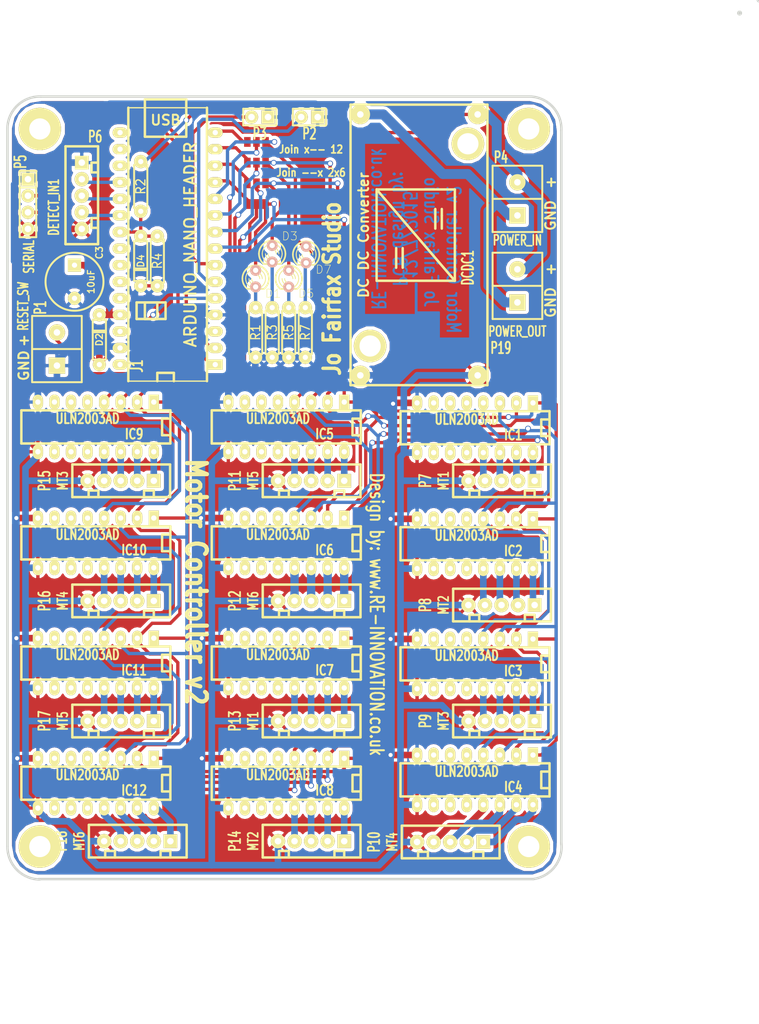
<source format=kicad_pcb>
(kicad_pcb (version 4) (host pcbnew "(2015-07-09 BZR 5913, Git 33e1797)-product")
  (title_block (date "12 jul 2015"))
  (layers (0 Front signal) (31 Back signal) (34 B.Paste user) (35 F.Paste user) (36 B.SilkS user) (37 F.SilkS user) (38 B.Mask user) (39 F.Mask user) (44 Edge.Cuts user))
  (net 0 "")
  (net 1 +5V)
  (net 2 /MotorDrivers1/STEP_IN1)
  (net 3 /MotorDrivers1/STEP_IN2)
  (net 4 /MotorDrivers1/STEP_IN3)
  (net 5 /MotorDrivers1/STEP_IN4)
  (net 6 /MotorDrivers2/STEP_IN1)
  (net 7 /MotorDrivers2/STEP_IN2)
  (net 8 /MotorDrivers2/STEP_IN3)
  (net 9 /MotorDrivers2/STEP_IN4)
  (net 10 /PowerSupply/V_SUPPLY+)
  (net 11 /PowerSupply/V_SUPPLY_GND)
  (net 12 GND)
  (net 13 "Net-(C3-Pad1)")
  (net 14 "Net-(D1-Pad2)")
  (net 15 "Net-(D3-Pad2)")
  (net 16 "Net-(D5-Pad2)")
  (net 17 "Net-(D7-Pad2)")
  (net 18 "Net-(IC1-Pad5)")
  (net 19 "Net-(IC1-Pad6)")
  (net 20 "Net-(IC1-Pad7)")
  (net 21 "Net-(IC1-Pad10)")
  (net 22 "Net-(IC1-Pad11)")
  (net 23 "Net-(IC1-Pad12)")
  (net 24 "Net-(IC1-Pad13)")
  (net 25 "Net-(IC1-Pad14)")
  (net 26 "Net-(IC1-Pad15)")
  (net 27 "Net-(IC1-Pad16)")
  (net 28 "Net-(IC2-Pad5)")
  (net 29 "Net-(IC2-Pad6)")
  (net 30 "Net-(IC2-Pad7)")
  (net 31 "Net-(IC2-Pad10)")
  (net 32 "Net-(IC2-Pad11)")
  (net 33 "Net-(IC2-Pad12)")
  (net 34 "Net-(IC2-Pad13)")
  (net 35 "Net-(IC2-Pad14)")
  (net 36 "Net-(IC2-Pad15)")
  (net 37 "Net-(IC2-Pad16)")
  (net 38 "Net-(IC3-Pad5)")
  (net 39 "Net-(IC3-Pad6)")
  (net 40 "Net-(IC3-Pad7)")
  (net 41 "Net-(IC3-Pad10)")
  (net 42 "Net-(IC3-Pad11)")
  (net 43 "Net-(IC3-Pad12)")
  (net 44 "Net-(IC3-Pad13)")
  (net 45 "Net-(IC3-Pad14)")
  (net 46 "Net-(IC3-Pad15)")
  (net 47 "Net-(IC3-Pad16)")
  (net 48 "Net-(IC4-Pad5)")
  (net 49 "Net-(IC4-Pad6)")
  (net 50 "Net-(IC4-Pad7)")
  (net 51 "Net-(IC4-Pad10)")
  (net 52 "Net-(IC4-Pad11)")
  (net 53 "Net-(IC4-Pad12)")
  (net 54 "Net-(IC4-Pad13)")
  (net 55 "Net-(IC4-Pad14)")
  (net 56 "Net-(IC4-Pad15)")
  (net 57 "Net-(IC4-Pad16)")
  (net 58 "Net-(IC5-Pad5)")
  (net 59 "Net-(IC5-Pad6)")
  (net 60 "Net-(IC5-Pad7)")
  (net 61 "Net-(IC5-Pad10)")
  (net 62 "Net-(IC5-Pad11)")
  (net 63 "Net-(IC5-Pad12)")
  (net 64 "Net-(IC5-Pad13)")
  (net 65 "Net-(IC5-Pad14)")
  (net 66 "Net-(IC5-Pad15)")
  (net 67 "Net-(IC5-Pad16)")
  (net 68 "Net-(IC6-Pad5)")
  (net 69 "Net-(IC6-Pad6)")
  (net 70 "Net-(IC6-Pad7)")
  (net 71 "Net-(IC6-Pad10)")
  (net 72 "Net-(IC6-Pad11)")
  (net 73 "Net-(IC6-Pad12)")
  (net 74 "Net-(IC6-Pad13)")
  (net 75 "Net-(IC6-Pad14)")
  (net 76 "Net-(IC6-Pad15)")
  (net 77 "Net-(IC6-Pad16)")
  (net 78 "Net-(IC7-Pad5)")
  (net 79 "Net-(IC7-Pad6)")
  (net 80 "Net-(IC7-Pad7)")
  (net 81 "Net-(IC7-Pad10)")
  (net 82 "Net-(IC7-Pad11)")
  (net 83 "Net-(IC7-Pad12)")
  (net 84 "Net-(IC7-Pad13)")
  (net 85 "Net-(IC7-Pad14)")
  (net 86 "Net-(IC7-Pad15)")
  (net 87 "Net-(IC7-Pad16)")
  (net 88 "Net-(IC8-Pad5)")
  (net 89 "Net-(IC8-Pad6)")
  (net 90 "Net-(IC8-Pad7)")
  (net 91 "Net-(IC8-Pad10)")
  (net 92 "Net-(IC8-Pad11)")
  (net 93 "Net-(IC8-Pad12)")
  (net 94 "Net-(IC8-Pad13)")
  (net 95 "Net-(IC8-Pad14)")
  (net 96 "Net-(IC8-Pad15)")
  (net 97 "Net-(IC8-Pad16)")
  (net 98 "Net-(IC9-Pad5)")
  (net 99 "Net-(IC9-Pad6)")
  (net 100 "Net-(IC9-Pad7)")
  (net 101 "Net-(IC9-Pad10)")
  (net 102 "Net-(IC9-Pad11)")
  (net 103 "Net-(IC9-Pad12)")
  (net 104 "Net-(IC9-Pad13)")
  (net 105 "Net-(IC9-Pad14)")
  (net 106 "Net-(IC9-Pad15)")
  (net 107 "Net-(IC9-Pad16)")
  (net 108 "Net-(IC10-Pad5)")
  (net 109 "Net-(IC10-Pad6)")
  (net 110 "Net-(IC10-Pad7)")
  (net 111 "Net-(IC10-Pad10)")
  (net 112 "Net-(IC10-Pad11)")
  (net 113 "Net-(IC10-Pad12)")
  (net 114 "Net-(IC10-Pad13)")
  (net 115 "Net-(IC10-Pad14)")
  (net 116 "Net-(IC10-Pad15)")
  (net 117 "Net-(IC10-Pad16)")
  (net 118 "Net-(IC11-Pad5)")
  (net 119 "Net-(IC11-Pad6)")
  (net 120 "Net-(IC11-Pad7)")
  (net 121 "Net-(IC11-Pad10)")
  (net 122 "Net-(IC11-Pad11)")
  (net 123 "Net-(IC11-Pad12)")
  (net 124 "Net-(IC11-Pad13)")
  (net 125 "Net-(IC11-Pad14)")
  (net 126 "Net-(IC11-Pad15)")
  (net 127 "Net-(IC11-Pad16)")
  (net 128 "Net-(IC12-Pad5)")
  (net 129 "Net-(IC12-Pad6)")
  (net 130 "Net-(IC12-Pad7)")
  (net 131 "Net-(IC12-Pad10)")
  (net 132 "Net-(IC12-Pad11)")
  (net 133 "Net-(IC12-Pad12)")
  (net 134 "Net-(IC12-Pad13)")
  (net 135 "Net-(IC12-Pad14)")
  (net 136 "Net-(IC12-Pad15)")
  (net 137 "Net-(IC12-Pad16)")
  (net 138 "Net-(J1-Pad1)")
  (net 139 "Net-(J1-Pad2)")
  (net 140 "Net-(J1-Pad3)")
  (net 141 "Net-(J1-Pad5)")
  (net 142 "Net-(J1-Pad6)")
  (net 143 "Net-(J1-Pad7)")
  (net 144 "Net-(J1-Pad12)")
  (net 145 "Net-(J1-Pad13)")
  (net 146 "Net-(J1-Pad14)")
  (net 147 "Net-(J1-Pad15)")
  (net 148 "Net-(J1-Pad16)")
  (net 149 "Net-(J1-Pad17)")
  (net 150 "Net-(J1-Pad18)")
  (net 151 "Net-(J1-Pad19)")
  (net 152 "Net-(J1-Pad20)")
  (net 153 "Net-(J1-Pad21)")
  (net 154 "Net-(J1-Pad23)")
  (net 155 "Net-(J1-Pad24)")
  (net 156 "Net-(J1-Pad25)")
  (net 157 "Net-(J1-Pad26)")
  (net 158 "Net-(J1-Pad28)")
  (net 159 "Net-(J1-Pad30)")
  (net 160 "Net-(MH1-Pad1)")
  (net 161 "Net-(D4-Pad1)")
  (module reinnovation-footprints:PCB_85x120_4hole (layer Front) (at 86.205 38.895)
    (fp_text reference MH1 hide)
    (fp_text value CONN_1 hide)
    (pad "" np_thru_hole circle (at 5 5) (size 6.49986 6.49986) (drill 3.25) (layers *.Cu *.Mask F.SilkS) (clearance 0.59944))
    (pad 1 np_thru_hole circle (at 80 5) (size 6.49986 6.49986) (drill 3.25) (layers *.Cu *.Mask F.SilkS) (net 160 "Net-(MH1-Pad1)"))
    (pad 2 np_thru_hole circle (at 80 115) (size 6.49986 6.49986) (drill 3.25) (layers *.Cu *.Mask F.SilkS))
    (pad 3 np_thru_hole circle (at 5 115) (size 6.49986 6.49986) (drill 3.25) (layers *.Cu *.Mask F.SilkS))
  )
  (module reinnovation-footprints:C2V8_large_pads (layer Front) (at 96.52 67.31 270)
    (fp_text reference C3 (at -4.445 -3.81 270) (layer F.SilkS) (effects (font (size 1.016 1.016) (thickness 0.2032))))
    (fp_text value 10uF (at 0 -2.54 270) (layer F.SilkS) (effects (font (size 1.016 1.016) (thickness 0.2032))))
    (pad 1 thru_hole rect (at -2.54 0 270) (size 2.032 2.032) (drill 0.8001) (layers *.Cu *.Mask F.SilkS) (net 13 "Net-(C3-Pad1)"))
    (pad 2 thru_hole circle (at 2.54 0 270) (size 2.032 2.032) (drill 0.8001) (layers *.Cu *.Mask F.SilkS) (net 12 GND))
  )
  (module reinnovation-footprints:led-LED3MM_matt (layer Front) (at 124.305 66.835 270)
    (fp_text reference D1 (at 2.286 -2.667 360) (layer F.SilkS) (effects (font (size 1.27 1.27) (thickness 0.0889))))
    (fp_text value LED hide)
    (pad 1 thru_hole circle (at -1.27 0 270) (size 1.6764 1.6764) (drill 0.8128) (layers *.Cu *.Paste *.SilkS *.Mask) (net 2 /MotorDrivers1/STEP_IN1))
    (pad 2 thru_hole circle (at 1.27 0 270) (size 1.6764 1.6764) (drill 0.8128) (layers *.Cu *.Paste *.SilkS *.Mask) (net 14 "Net-(D1-Pad2)"))
  )
  (module reinnovation-footprints:led-LED3MM_matt (layer Front) (at 126.845 63.025 270)
    (fp_text reference D3 (at -2.7 -2.695 360) (layer F.SilkS) (effects (font (size 1.27 1.27) (thickness 0.0889))))
    (fp_text value LED hide)
    (pad 1 thru_hole circle (at -1.27 0 270) (size 1.6764 1.6764) (drill 0.8128) (layers *.Cu *.Paste *.SilkS *.Mask) (net 3 /MotorDrivers1/STEP_IN2))
    (pad 2 thru_hole circle (at 1.27 0 270) (size 1.6764 1.6764) (drill 0.8128) (layers *.Cu *.Paste *.SilkS *.Mask) (net 15 "Net-(D3-Pad2)"))
  )
  (module reinnovation-footprints:led-LED3MM_matt (layer Front) (at 129.385 66.835 270)
    (fp_text reference D5 (at 2.286 -2.667 360) (layer F.SilkS) (effects (font (size 1.27 1.27) (thickness 0.0889))))
    (fp_text value LED hide)
    (pad 1 thru_hole circle (at -1.27 0 270) (size 1.6764 1.6764) (drill 0.8128) (layers *.Cu *.Paste *.SilkS *.Mask) (net 4 /MotorDrivers1/STEP_IN3))
    (pad 2 thru_hole circle (at 1.27 0 270) (size 1.6764 1.6764) (drill 0.8128) (layers *.Cu *.Paste *.SilkS *.Mask) (net 16 "Net-(D5-Pad2)"))
  )
  (module reinnovation-footprints:led-LED3MM_matt (layer Front) (at 132.052 63.152 270)
    (fp_text reference D7 (at 2.286 -2.667 360) (layer F.SilkS) (effects (font (size 1.27 1.27) (thickness 0.0889))))
    (fp_text value LED hide)
    (pad 1 thru_hole circle (at -1.27 0 270) (size 1.6764 1.6764) (drill 0.8128) (layers *.Cu *.Paste *.SilkS *.Mask) (net 5 /MotorDrivers1/STEP_IN4))
    (pad 2 thru_hole circle (at 1.27 0 270) (size 1.6764 1.6764) (drill 0.8128) (layers *.Cu *.Paste *.SilkS *.Mask) (net 17 "Net-(D7-Pad2)"))
  )
  (module reinnovation-footprints:DC-DC-5V-2A (layer Front) (at 159.865 40.165 270)
    (fp_text reference DCDC1 (at 25 3 270) (layer F.SilkS) (effects (font (size 1.72974 1.08712) (thickness 0.27178))))
    (fp_text value DC-DC_GENERIC hide)
    (fp_text user "DC DC Converter" (at 20 19 270) (layer F.SilkS) (effects (font (thickness 0.3048))))
    (pad 2 thru_hole circle (at 1.5 19.5 270) (size 3 3) (drill 1) (layers *.Cu *.Mask F.SilkS) (net 11 /PowerSupply/V_SUPPLY_GND))
    (pad 1 thru_hole circle (at 1.5 1.5 270) (size 3 3) (drill 1) (layers *.Cu *.Mask F.SilkS) (net 10 /PowerSupply/V_SUPPLY+))
    (pad 3 thru_hole circle (at 41.5 1.5 270) (size 3 3) (drill 1) (layers *.Cu *.Mask F.SilkS) (net 1 +5V))
    (pad 4 thru_hole circle (at 41.5 19.5 270) (size 3 3) (drill 1) (layers *.Cu *.Mask F.SilkS) (net 12 GND))
    (pad "" np_thru_hole circle (at 6 3 270) (size 5 5) (drill 3.25) (layers *.Cu *.Mask F.SilkS))
    (pad "" np_thru_hole circle (at 37 18 270) (size 5 5) (drill 3.25) (layers *.Cu *.Mask F.SilkS))
  )
  (module reinnovation-footprints:DIP_30_600_NANO (layer Front) (at 110.49 55.88 90)
    (fp_text reference J1 (at -24.351 -4.417 90) (layer F.SilkS) (effects (font (size 1.778 1.143) (thickness 0.3048))))
    (fp_text value ARDUINO_NANO_HEADER (at -5.715 3.81 90) (layer F.SilkS) (effects (font (size 1.778 1.778) (thickness 0.3048))))
    (fp_text user USB (at 13.335 0 180) (layer F.SilkS) (effects (font (thickness 0.3048))))
    (pad 1 thru_hole rect (at -24.13 7.62 90) (size 1.5748 2.286) (drill 0.8128) (layers *.Cu *.Mask F.SilkS) (net 138 "Net-(J1-Pad1)"))
    (pad 2 thru_hole oval (at -21.59 7.62 90) (size 1.5748 2.286) (drill 0.8128) (layers *.Cu *.Mask F.SilkS) (net 139 "Net-(J1-Pad2)"))
    (pad 3 thru_hole oval (at -19.05 7.62 90) (size 1.5748 2.286) (drill 0.8128) (layers *.Cu *.Mask F.SilkS) (net 140 "Net-(J1-Pad3)"))
    (pad 4 thru_hole oval (at -16.51 7.62 90) (size 1.5748 2.286) (drill 0.8128) (layers *.Cu *.Mask F.SilkS) (net 12 GND))
    (pad 5 thru_hole oval (at -13.97 7.62 90) (size 1.5748 2.286) (drill 0.8128) (layers *.Cu *.Mask F.SilkS) (net 141 "Net-(J1-Pad5)"))
    (pad 6 thru_hole oval (at -11.43 7.62 90) (size 1.5748 2.286) (drill 0.8128) (layers *.Cu *.Mask F.SilkS) (net 142 "Net-(J1-Pad6)"))
    (pad 7 thru_hole oval (at -8.89 7.62 90) (size 1.5748 2.286) (drill 0.8128) (layers *.Cu *.Mask F.SilkS) (net 143 "Net-(J1-Pad7)"))
    (pad 8 thru_hole oval (at -6.35 7.62 90) (size 1.5748 2.286) (drill 0.8128) (layers *.Cu *.Mask F.SilkS) (net 2 /MotorDrivers1/STEP_IN1))
    (pad 9 thru_hole oval (at -3.81 7.62 90) (size 1.5748 2.286) (drill 0.8128) (layers *.Cu *.Mask F.SilkS) (net 3 /MotorDrivers1/STEP_IN2))
    (pad 10 thru_hole oval (at -1.27 7.62 90) (size 1.5748 2.286) (drill 0.8128) (layers *.Cu *.Mask F.SilkS) (net 4 /MotorDrivers1/STEP_IN3))
    (pad 11 thru_hole oval (at 1.27 7.62 90) (size 1.5748 2.286) (drill 0.8128) (layers *.Cu *.Mask F.SilkS) (net 5 /MotorDrivers1/STEP_IN4))
    (pad 12 thru_hole oval (at 3.81 7.62 90) (size 1.5748 2.286) (drill 0.8128) (layers *.Cu *.Mask F.SilkS) (net 144 "Net-(J1-Pad12)"))
    (pad 13 thru_hole oval (at 6.35 7.62 90) (size 1.5748 2.286) (drill 0.8128) (layers *.Cu *.Mask F.SilkS) (net 145 "Net-(J1-Pad13)"))
    (pad 14 thru_hole oval (at 8.89 7.62 90) (size 1.5748 2.286) (drill 0.8128) (layers *.Cu *.Mask F.SilkS) (net 146 "Net-(J1-Pad14)"))
    (pad 15 thru_hole oval (at 11.43 7.62 90) (size 1.5748 2.286) (drill 0.8128) (layers *.Cu *.Mask F.SilkS) (net 147 "Net-(J1-Pad15)"))
    (pad 16 thru_hole oval (at 11.43 -6.985 90) (size 1.5748 2.286) (drill 0.8128) (layers *.Cu *.Mask F.SilkS) (net 148 "Net-(J1-Pad16)"))
    (pad 17 thru_hole oval (at 8.89 -6.985 90) (size 1.5748 2.286) (drill 0.8128) (layers *.Cu *.Mask F.SilkS) (net 149 "Net-(J1-Pad17)"))
    (pad 18 thru_hole oval (at 6.35 -6.985 90) (size 1.5748 2.286) (drill 0.8128) (layers *.Cu *.Mask F.SilkS) (net 150 "Net-(J1-Pad18)"))
    (pad 19 thru_hole oval (at 3.81 -6.985 90) (size 1.5748 2.286) (drill 0.8128) (layers *.Cu *.Mask F.SilkS) (net 151 "Net-(J1-Pad19)"))
    (pad 20 thru_hole oval (at 1.27 -6.985 90) (size 1.5748 2.286) (drill 0.8128) (layers *.Cu *.Mask F.SilkS) (net 152 "Net-(J1-Pad20)"))
    (pad 21 thru_hole oval (at -1.27 -6.985 90) (size 1.5748 2.286) (drill 0.8128) (layers *.Cu *.Mask F.SilkS) (net 153 "Net-(J1-Pad21)"))
    (pad 22 thru_hole oval (at -3.81 -6.985 90) (size 1.5748 2.286) (drill 0.8128) (layers *.Cu *.Mask F.SilkS) (net 161 "Net-(D4-Pad1)"))
    (pad 23 thru_hole oval (at -6.35 -6.985 90) (size 1.5748 2.286) (drill 0.8128) (layers *.Cu *.Mask F.SilkS) (net 154 "Net-(J1-Pad23)"))
    (pad 24 thru_hole oval (at -8.89 -6.985 90) (size 1.5748 2.286) (drill 0.8128) (layers *.Cu *.Mask F.SilkS) (net 155 "Net-(J1-Pad24)"))
    (pad 25 thru_hole oval (at -11.43 -6.985 90) (size 1.5748 2.286) (drill 0.8128) (layers *.Cu *.Mask F.SilkS) (net 156 "Net-(J1-Pad25)"))
    (pad 26 thru_hole oval (at -13.97 -6.985 90) (size 1.5748 2.286) (drill 0.8128) (layers *.Cu *.Mask F.SilkS) (net 157 "Net-(J1-Pad26)"))
    (pad 27 thru_hole oval (at -16.51 -6.985 90) (size 1.5748 2.286) (drill 0.8128) (layers *.Cu *.Mask F.SilkS) (net 13 "Net-(C3-Pad1)"))
    (pad 28 thru_hole oval (at -19.05 -6.985 90) (size 1.5748 2.286) (drill 0.8128) (layers *.Cu *.Mask F.SilkS) (net 158 "Net-(J1-Pad28)"))
    (pad 29 thru_hole oval (at -21.59 -6.985 90) (size 1.5748 2.286) (drill 0.8128) (layers *.Cu *.Mask F.SilkS) (net 12 GND))
    (pad 30 thru_hole oval (at -24.13 -6.985 90) (size 1.5748 2.286) (drill 0.8128) (layers *.Cu *.Mask F.SilkS) (net 159 "Net-(J1-Pad30)"))
  )
  (module reinnovation-footprints:SIL-3_SOLDER (layer Front) (at 123.035 55.405 180)
    (fp_text reference K1 hide)
    (fp_text value CONN_3 hide)
    (pad 1 smd rect (at -2.794 0 180) (size 1 1.5) (layers Front F.Paste F.Mask) (net 2 /MotorDrivers1/STEP_IN1))
    (pad 2 smd rect (at -1.397 0 180) (size 1 1.5) (layers Front F.Paste F.Mask) (net 6 /MotorDrivers2/STEP_IN1))
    (pad 3 smd rect (at 0 0 180) (size 1 1.5) (layers Front F.Paste F.Mask) (net 144 "Net-(J1-Pad12)"))
  )
  (module reinnovation-footprints:SIL-3_SOLDER (layer Front) (at 123.035 49.055 180)
    (fp_text reference K2 hide)
    (fp_text value CONN_3 hide)
    (pad 1 smd rect (at -2.794 0 180) (size 1 1.5) (layers Front F.Paste F.Mask) (net 4 /MotorDrivers1/STEP_IN3))
    (pad 2 smd rect (at -1.397 0 180) (size 1 1.5) (layers Front F.Paste F.Mask) (net 8 /MotorDrivers2/STEP_IN3))
    (pad 3 smd rect (at 0 0 180) (size 1 1.5) (layers Front F.Paste F.Mask) (net 146 "Net-(J1-Pad14)"))
  )
  (module reinnovation-footprints:SIL-3_SOLDER (layer Front) (at 123.035 52.23 180)
    (fp_text reference K3 hide)
    (fp_text value CONN_3 hide)
    (pad 1 smd rect (at -2.794 0 180) (size 1 1.5) (layers Front F.Paste F.Mask) (net 3 /MotorDrivers1/STEP_IN2))
    (pad 2 smd rect (at -1.397 0 180) (size 1 1.5) (layers Front F.Paste F.Mask) (net 7 /MotorDrivers2/STEP_IN2))
    (pad 3 smd rect (at 0 0 180) (size 1 1.5) (layers Front F.Paste F.Mask) (net 145 "Net-(J1-Pad13)"))
  )
  (module reinnovation-footprints:SIL-3_SOLDER (layer Front) (at 123.035 45.88 180)
    (fp_text reference K4 hide)
    (fp_text value CONN_3 hide)
    (pad 1 smd rect (at -2.794 0 180) (size 1 1.5) (layers Front F.Paste F.Mask) (net 5 /MotorDrivers1/STEP_IN4))
    (pad 2 smd rect (at -1.397 0 180) (size 1 1.5) (layers Front F.Paste F.Mask) (net 9 /MotorDrivers2/STEP_IN4))
    (pad 3 smd rect (at 0 0 180) (size 1 1.5) (layers Front F.Paste F.Mask) (net 147 "Net-(J1-Pad15)"))
  )
  (module reinnovation-footprints:SIL-2_screw_terminal (layer Front) (at 93.825 80.17 90)
    (fp_text reference P1 (at 8.89 -2.54 90) (layer F.SilkS) (effects (font (size 1.72974 1.08712) (thickness 0.27178))))
    (fp_text value RESET_SW (at 9.1135 -5.179 270) (layer F.SilkS) (effects (font (size 1.524 1.016) (thickness 0.254))))
    (fp_text user GND (at 0 -5.08 90) (layer F.SilkS) (effects (font (thickness 0.3048))))
    (fp_text user + (at 3.843 -5.1155 90) (layer F.SilkS) (effects (font (thickness 0.3048))))
    (pad 1 thru_hole rect (at 0 0 90) (size 2.49936 2.49936) (drill 1.00076) (layers *.Cu *.Mask F.SilkS) (net 12 GND))
    (pad 2 thru_hole circle (at 5.08 0 90) (size 2.49936 2.49936) (drill 1.00076) (layers *.Cu *.Mask F.SilkS) (net 141 "Net-(J1-Pad5)"))
  )
  (module reinnovation-footprints:SIL-2_screw_terminal (layer Front) (at 164.465 57.15 90)
    (fp_text reference P4 (at 8.89 -2.54 180) (layer F.SilkS) (effects (font (size 1.72974 1.08712) (thickness 0.27178))))
    (fp_text value POWER_IN (at -3.81 0 180) (layer F.SilkS) (effects (font (size 1.524 1.016) (thickness 0.254))))
    (fp_text user GND (at 0 5.08 90) (layer F.SilkS) (effects (font (thickness 0.3048))))
    (fp_text user + (at 5.08 5.08 90) (layer F.SilkS) (effects (font (thickness 0.3048))))
    (pad 1 thru_hole rect (at 0 0 90) (size 2.49936 2.49936) (drill 1.00076) (layers *.Cu *.Mask F.SilkS) (net 11 /PowerSupply/V_SUPPLY_GND))
    (pad 2 thru_hole circle (at 5.08 0 90) (size 2.49936 2.49936) (drill 1.00076) (layers *.Cu *.Mask F.SilkS) (net 10 /PowerSupply/V_SUPPLY+))
  )
  (module reinnovation-footprints:SIL-4_large_pad (layer Front) (at 89.38 55.405 270)
    (fp_text reference P5 (at -6.477 1.143 270) (layer F.SilkS) (effects (font (size 1.73482 1.08712) (thickness 0.27178))))
    (fp_text value SERIAL (at 8.095 -0.155 270) (layer F.SilkS) (effects (font (size 1.524 1.016) (thickness 0.254))))
    (pad 1 thru_hole rect (at -3.81 0 270) (size 2.032 2.032) (drill 1.00076) (layers *.Cu *.Mask F.SilkS) (net 12 GND))
    (pad 2 thru_hole circle (at -1.27 0 270) (size 2.032 2.032) (drill 1.00076) (layers *.Cu *.Mask F.SilkS) (net 139 "Net-(J1-Pad2)"))
    (pad 3 thru_hole circle (at 1.27 0 270) (size 2.032 2.032) (drill 1.00076) (layers *.Cu *.Mask F.SilkS) (net 138 "Net-(J1-Pad1)"))
    (pad 4 thru_hole circle (at 3.81 0 270) (size 2.032 2.032) (drill 1.00076) (layers *.Cu *.Mask F.SilkS) (net 1 +5V))
  )
  (module reinnovation-footprints:SIL-5_JST_5WAY (layer Front) (at 97.635 49.055 270)
    (fp_text reference P6 (at -3.97 -2.06 360) (layer F.SilkS) (effects (font (size 1.72974 1.08712) (thickness 0.27178))))
    (fp_text value DETECT_IN1 (at 6.825 4.29 450) (layer F.SilkS) (effects (font (size 1.524 1.016) (thickness 0.254))))
    (pad 1 thru_hole rect (at 0 0 270) (size 2.10058 2.10058) (drill 1.00076) (layers *.Cu *.Mask F.SilkS) (net 12 GND))
    (pad 2 thru_hole circle (at 2.54 0 270) (size 2.19964 2.19964) (drill 1.00076) (layers *.Cu *.Mask F.SilkS) (net 151 "Net-(J1-Pad19)"))
    (pad 3 thru_hole circle (at 5.08 0 270) (size 2.19964 2.19964) (drill 1.00076) (layers *.Cu *.Mask F.SilkS) (net 152 "Net-(J1-Pad20)"))
    (pad 4 thru_hole circle (at 7.62 0 270) (size 2.19964 2.19964) (drill 1.00076) (layers *.Cu *.Mask F.SilkS) (net 153 "Net-(J1-Pad21)"))
    (pad 5 thru_hole circle (at 10.16 0 270) (size 2.19964 2.19964) (drill 1.00076) (layers *.Cu *.Mask F.SilkS) (net 1 +5V))
  )
  (module reinnovation-footprints:SIL-5_JST_5WAY (layer Front) (at 167.104 97.823 180)
    (fp_text reference P7 (at 16.764 0 270) (layer F.SilkS) (effects (font (size 1.72974 1.08712) (thickness 0.27178))))
    (fp_text value MT1 (at 13.97 0 270) (layer F.SilkS) (effects (font (size 1.524 1.016) (thickness 0.254))))
    (pad 1 thru_hole rect (at 0 0 180) (size 2.10058 2.10058) (drill 1.00076) (layers *.Cu *.Mask F.SilkS) (net 27 "Net-(IC1-Pad16)"))
    (pad 2 thru_hole circle (at 2.54 0 180) (size 2.19964 2.19964) (drill 1.00076) (layers *.Cu *.Mask F.SilkS) (net 26 "Net-(IC1-Pad15)"))
    (pad 3 thru_hole circle (at 5.08 0 180) (size 2.19964 2.19964) (drill 1.00076) (layers *.Cu *.Mask F.SilkS) (net 25 "Net-(IC1-Pad14)"))
    (pad 4 thru_hole circle (at 7.62 0 180) (size 2.19964 2.19964) (drill 1.00076) (layers *.Cu *.Mask F.SilkS) (net 24 "Net-(IC1-Pad13)"))
    (pad 5 thru_hole circle (at 10.16 0 180) (size 2.19964 2.19964) (drill 1.00076) (layers *.Cu *.Mask F.SilkS) (net 1 +5V))
  )
  (module reinnovation-footprints:SIL-5_JST_5WAY (layer Front) (at 167.104 116.873 180)
    (fp_text reference P8 (at 16.764 0 270) (layer F.SilkS) (effects (font (size 1.72974 1.08712) (thickness 0.27178))))
    (fp_text value MT2 (at 13.97 0 270) (layer F.SilkS) (effects (font (size 1.524 1.016) (thickness 0.254))))
    (pad 1 thru_hole rect (at 0 0 180) (size 2.10058 2.10058) (drill 1.00076) (layers *.Cu *.Mask F.SilkS) (net 37 "Net-(IC2-Pad16)"))
    (pad 2 thru_hole circle (at 2.54 0 180) (size 2.19964 2.19964) (drill 1.00076) (layers *.Cu *.Mask F.SilkS) (net 36 "Net-(IC2-Pad15)"))
    (pad 3 thru_hole circle (at 5.08 0 180) (size 2.19964 2.19964) (drill 1.00076) (layers *.Cu *.Mask F.SilkS) (net 35 "Net-(IC2-Pad14)"))
    (pad 4 thru_hole circle (at 7.62 0 180) (size 2.19964 2.19964) (drill 1.00076) (layers *.Cu *.Mask F.SilkS) (net 34 "Net-(IC2-Pad13)"))
    (pad 5 thru_hole circle (at 10.16 0 180) (size 2.19964 2.19964) (drill 1.00076) (layers *.Cu *.Mask F.SilkS) (net 1 +5V))
  )
  (module reinnovation-footprints:SIL-5_JST_5WAY (layer Front) (at 167.104 134.653 180)
    (fp_text reference P9 (at 16.764 0 270) (layer F.SilkS) (effects (font (size 1.72974 1.08712) (thickness 0.27178))))
    (fp_text value MT3 (at 13.97 0 270) (layer F.SilkS) (effects (font (size 1.524 1.016) (thickness 0.254))))
    (pad 1 thru_hole rect (at 0 0 180) (size 2.10058 2.10058) (drill 1.00076) (layers *.Cu *.Mask F.SilkS) (net 47 "Net-(IC3-Pad16)"))
    (pad 2 thru_hole circle (at 2.54 0 180) (size 2.19964 2.19964) (drill 1.00076) (layers *.Cu *.Mask F.SilkS) (net 46 "Net-(IC3-Pad15)"))
    (pad 3 thru_hole circle (at 5.08 0 180) (size 2.19964 2.19964) (drill 1.00076) (layers *.Cu *.Mask F.SilkS) (net 45 "Net-(IC3-Pad14)"))
    (pad 4 thru_hole circle (at 7.62 0 180) (size 2.19964 2.19964) (drill 1.00076) (layers *.Cu *.Mask F.SilkS) (net 44 "Net-(IC3-Pad13)"))
    (pad 5 thru_hole circle (at 10.16 0 180) (size 2.19964 2.19964) (drill 1.00076) (layers *.Cu *.Mask F.SilkS) (net 1 +5V))
  )
  (module reinnovation-footprints:SIL-5_JST_5WAY (layer Front) (at 159.23 153.195 180)
    (fp_text reference P10 (at 16.764 0 270) (layer F.SilkS) (effects (font (size 1.72974 1.08712) (thickness 0.27178))))
    (fp_text value MT4 (at 13.97 0 270) (layer F.SilkS) (effects (font (size 1.524 1.016) (thickness 0.254))))
    (pad 1 thru_hole rect (at 0 0 180) (size 2.10058 2.10058) (drill 1.00076) (layers *.Cu *.Mask F.SilkS) (net 57 "Net-(IC4-Pad16)"))
    (pad 2 thru_hole circle (at 2.54 0 180) (size 2.19964 2.19964) (drill 1.00076) (layers *.Cu *.Mask F.SilkS) (net 56 "Net-(IC4-Pad15)"))
    (pad 3 thru_hole circle (at 5.08 0 180) (size 2.19964 2.19964) (drill 1.00076) (layers *.Cu *.Mask F.SilkS) (net 55 "Net-(IC4-Pad14)"))
    (pad 4 thru_hole circle (at 7.62 0 180) (size 2.19964 2.19964) (drill 1.00076) (layers *.Cu *.Mask F.SilkS) (net 54 "Net-(IC4-Pad13)"))
    (pad 5 thru_hole circle (at 10.16 0 180) (size 2.19964 2.19964) (drill 1.00076) (layers *.Cu *.Mask F.SilkS) (net 1 +5V))
  )
  (module reinnovation-footprints:SIL-5_JST_5WAY (layer Front) (at 137.894 97.823 180)
    (fp_text reference P11 (at 16.764 0 270) (layer F.SilkS) (effects (font (size 1.72974 1.08712) (thickness 0.27178))))
    (fp_text value MT5 (at 13.97 0 270) (layer F.SilkS) (effects (font (size 1.524 1.016) (thickness 0.254))))
    (pad 1 thru_hole rect (at 0 0 180) (size 2.10058 2.10058) (drill 1.00076) (layers *.Cu *.Mask F.SilkS) (net 67 "Net-(IC5-Pad16)"))
    (pad 2 thru_hole circle (at 2.54 0 180) (size 2.19964 2.19964) (drill 1.00076) (layers *.Cu *.Mask F.SilkS) (net 66 "Net-(IC5-Pad15)"))
    (pad 3 thru_hole circle (at 5.08 0 180) (size 2.19964 2.19964) (drill 1.00076) (layers *.Cu *.Mask F.SilkS) (net 65 "Net-(IC5-Pad14)"))
    (pad 4 thru_hole circle (at 7.62 0 180) (size 2.19964 2.19964) (drill 1.00076) (layers *.Cu *.Mask F.SilkS) (net 64 "Net-(IC5-Pad13)"))
    (pad 5 thru_hole circle (at 10.16 0 180) (size 2.19964 2.19964) (drill 1.00076) (layers *.Cu *.Mask F.SilkS) (net 1 +5V))
  )
  (module reinnovation-footprints:SIL-5_JST_5WAY (layer Front) (at 137.894 116.238 180)
    (fp_text reference P12 (at 16.764 0 270) (layer F.SilkS) (effects (font (size 1.72974 1.08712) (thickness 0.27178))))
    (fp_text value MT6 (at 13.97 0 270) (layer F.SilkS) (effects (font (size 1.524 1.016) (thickness 0.254))))
    (pad 1 thru_hole rect (at 0 0 180) (size 2.10058 2.10058) (drill 1.00076) (layers *.Cu *.Mask F.SilkS) (net 77 "Net-(IC6-Pad16)"))
    (pad 2 thru_hole circle (at 2.54 0 180) (size 2.19964 2.19964) (drill 1.00076) (layers *.Cu *.Mask F.SilkS) (net 76 "Net-(IC6-Pad15)"))
    (pad 3 thru_hole circle (at 5.08 0 180) (size 2.19964 2.19964) (drill 1.00076) (layers *.Cu *.Mask F.SilkS) (net 75 "Net-(IC6-Pad14)"))
    (pad 4 thru_hole circle (at 7.62 0 180) (size 2.19964 2.19964) (drill 1.00076) (layers *.Cu *.Mask F.SilkS) (net 74 "Net-(IC6-Pad13)"))
    (pad 5 thru_hole circle (at 10.16 0 180) (size 2.19964 2.19964) (drill 1.00076) (layers *.Cu *.Mask F.SilkS) (net 1 +5V))
  )
  (module reinnovation-footprints:SIL-5_JST_5WAY (layer Front) (at 137.894 134.653 180)
    (fp_text reference P13 (at 16.764 0 270) (layer F.SilkS) (effects (font (size 1.72974 1.08712) (thickness 0.27178))))
    (fp_text value MT1 (at 13.97 0 270) (layer F.SilkS) (effects (font (size 1.524 1.016) (thickness 0.254))))
    (pad 1 thru_hole rect (at 0 0 180) (size 2.10058 2.10058) (drill 1.00076) (layers *.Cu *.Mask F.SilkS) (net 87 "Net-(IC7-Pad16)"))
    (pad 2 thru_hole circle (at 2.54 0 180) (size 2.19964 2.19964) (drill 1.00076) (layers *.Cu *.Mask F.SilkS) (net 86 "Net-(IC7-Pad15)"))
    (pad 3 thru_hole circle (at 5.08 0 180) (size 2.19964 2.19964) (drill 1.00076) (layers *.Cu *.Mask F.SilkS) (net 85 "Net-(IC7-Pad14)"))
    (pad 4 thru_hole circle (at 7.62 0 180) (size 2.19964 2.19964) (drill 1.00076) (layers *.Cu *.Mask F.SilkS) (net 84 "Net-(IC7-Pad13)"))
    (pad 5 thru_hole circle (at 10.16 0 180) (size 2.19964 2.19964) (drill 1.00076) (layers *.Cu *.Mask F.SilkS) (net 1 +5V))
  )
  (module reinnovation-footprints:SIL-5_JST_5WAY (layer Front) (at 137.894 153.068 180)
    (fp_text reference P14 (at 16.764 0 270) (layer F.SilkS) (effects (font (size 1.72974 1.08712) (thickness 0.27178))))
    (fp_text value MT2 (at 13.97 0 270) (layer F.SilkS) (effects (font (size 1.524 1.016) (thickness 0.254))))
    (pad 1 thru_hole rect (at 0 0 180) (size 2.10058 2.10058) (drill 1.00076) (layers *.Cu *.Mask F.SilkS) (net 97 "Net-(IC8-Pad16)"))
    (pad 2 thru_hole circle (at 2.54 0 180) (size 2.19964 2.19964) (drill 1.00076) (layers *.Cu *.Mask F.SilkS) (net 96 "Net-(IC8-Pad15)"))
    (pad 3 thru_hole circle (at 5.08 0 180) (size 2.19964 2.19964) (drill 1.00076) (layers *.Cu *.Mask F.SilkS) (net 95 "Net-(IC8-Pad14)"))
    (pad 4 thru_hole circle (at 7.62 0 180) (size 2.19964 2.19964) (drill 1.00076) (layers *.Cu *.Mask F.SilkS) (net 94 "Net-(IC8-Pad13)"))
    (pad 5 thru_hole circle (at 10.16 0 180) (size 2.19964 2.19964) (drill 1.00076) (layers *.Cu *.Mask F.SilkS) (net 1 +5V))
  )
  (module reinnovation-footprints:SIL-5_JST_5WAY (layer Front) (at 108.684 97.823 180)
    (fp_text reference P15 (at 16.764 0 270) (layer F.SilkS) (effects (font (size 1.72974 1.08712) (thickness 0.27178))))
    (fp_text value MT3 (at 13.97 0 270) (layer F.SilkS) (effects (font (size 1.524 1.016) (thickness 0.254))))
    (pad 1 thru_hole rect (at 0 0 180) (size 2.10058 2.10058) (drill 1.00076) (layers *.Cu *.Mask F.SilkS) (net 107 "Net-(IC9-Pad16)"))
    (pad 2 thru_hole circle (at 2.54 0 180) (size 2.19964 2.19964) (drill 1.00076) (layers *.Cu *.Mask F.SilkS) (net 106 "Net-(IC9-Pad15)"))
    (pad 3 thru_hole circle (at 5.08 0 180) (size 2.19964 2.19964) (drill 1.00076) (layers *.Cu *.Mask F.SilkS) (net 105 "Net-(IC9-Pad14)"))
    (pad 4 thru_hole circle (at 7.62 0 180) (size 2.19964 2.19964) (drill 1.00076) (layers *.Cu *.Mask F.SilkS) (net 104 "Net-(IC9-Pad13)"))
    (pad 5 thru_hole circle (at 10.16 0 180) (size 2.19964 2.19964) (drill 1.00076) (layers *.Cu *.Mask F.SilkS) (net 1 +5V))
  )
  (module reinnovation-footprints:SIL-5_JST_5WAY (layer Front) (at 108.684 116.238 180)
    (fp_text reference P16 (at 16.764 0 270) (layer F.SilkS) (effects (font (size 1.72974 1.08712) (thickness 0.27178))))
    (fp_text value MT4 (at 13.97 0 270) (layer F.SilkS) (effects (font (size 1.524 1.016) (thickness 0.254))))
    (pad 1 thru_hole rect (at 0 0 180) (size 2.10058 2.10058) (drill 1.00076) (layers *.Cu *.Mask F.SilkS) (net 117 "Net-(IC10-Pad16)"))
    (pad 2 thru_hole circle (at 2.54 0 180) (size 2.19964 2.19964) (drill 1.00076) (layers *.Cu *.Mask F.SilkS) (net 116 "Net-(IC10-Pad15)"))
    (pad 3 thru_hole circle (at 5.08 0 180) (size 2.19964 2.19964) (drill 1.00076) (layers *.Cu *.Mask F.SilkS) (net 115 "Net-(IC10-Pad14)"))
    (pad 4 thru_hole circle (at 7.62 0 180) (size 2.19964 2.19964) (drill 1.00076) (layers *.Cu *.Mask F.SilkS) (net 114 "Net-(IC10-Pad13)"))
    (pad 5 thru_hole circle (at 10.16 0 180) (size 2.19964 2.19964) (drill 1.00076) (layers *.Cu *.Mask F.SilkS) (net 1 +5V))
  )
  (module reinnovation-footprints:SIL-5_JST_5WAY (layer Front) (at 108.684 134.653 180)
    (fp_text reference P17 (at 16.764 0 270) (layer F.SilkS) (effects (font (size 1.72974 1.08712) (thickness 0.27178))))
    (fp_text value MT5 (at 13.97 0 270) (layer F.SilkS) (effects (font (size 1.524 1.016) (thickness 0.254))))
    (pad 1 thru_hole rect (at 0 0 180) (size 2.10058 2.10058) (drill 1.00076) (layers *.Cu *.Mask F.SilkS) (net 127 "Net-(IC11-Pad16)"))
    (pad 2 thru_hole circle (at 2.54 0 180) (size 2.19964 2.19964) (drill 1.00076) (layers *.Cu *.Mask F.SilkS) (net 126 "Net-(IC11-Pad15)"))
    (pad 3 thru_hole circle (at 5.08 0 180) (size 2.19964 2.19964) (drill 1.00076) (layers *.Cu *.Mask F.SilkS) (net 125 "Net-(IC11-Pad14)"))
    (pad 4 thru_hole circle (at 7.62 0 180) (size 2.19964 2.19964) (drill 1.00076) (layers *.Cu *.Mask F.SilkS) (net 124 "Net-(IC11-Pad13)"))
    (pad 5 thru_hole circle (at 10.16 0 180) (size 2.19964 2.19964) (drill 1.00076) (layers *.Cu *.Mask F.SilkS) (net 1 +5V))
  )
  (module reinnovation-footprints:SIL-5_JST_5WAY (layer Front) (at 111.224 153.068 180)
    (fp_text reference P18 (at 16.764 0 270) (layer F.SilkS) (effects (font (size 1.72974 1.08712) (thickness 0.27178))))
    (fp_text value MT6 (at 13.97 0 270) (layer F.SilkS) (effects (font (size 1.524 1.016) (thickness 0.254))))
    (pad 1 thru_hole rect (at 0 0 180) (size 2.10058 2.10058) (drill 1.00076) (layers *.Cu *.Mask F.SilkS) (net 137 "Net-(IC12-Pad16)"))
    (pad 2 thru_hole circle (at 2.54 0 180) (size 2.19964 2.19964) (drill 1.00076) (layers *.Cu *.Mask F.SilkS) (net 136 "Net-(IC12-Pad15)"))
    (pad 3 thru_hole circle (at 5.08 0 180) (size 2.19964 2.19964) (drill 1.00076) (layers *.Cu *.Mask F.SilkS) (net 135 "Net-(IC12-Pad14)"))
    (pad 4 thru_hole circle (at 7.62 0 180) (size 2.19964 2.19964) (drill 1.00076) (layers *.Cu *.Mask F.SilkS) (net 134 "Net-(IC12-Pad13)"))
    (pad 5 thru_hole circle (at 10.16 0 180) (size 2.19964 2.19964) (drill 1.00076) (layers *.Cu *.Mask F.SilkS) (net 1 +5V))
  )
  (module reinnovation-footprints:SIL-2_screw_terminal (layer Front) (at 164.465 70.485 90)
    (fp_text reference P19 (at -6.985 -2.54 180) (layer F.SilkS) (effects (font (size 1.72974 1.08712) (thickness 0.27178))))
    (fp_text value POWER_OUT (at -4.445 0 180) (layer F.SilkS) (effects (font (size 1.524 1.016) (thickness 0.254))))
    (fp_text user GND (at 0 5.08 90) (layer F.SilkS) (effects (font (thickness 0.3048))))
    (fp_text user + (at 5.08 5.08 90) (layer F.SilkS) (effects (font (thickness 0.3048))))
    (pad 1 thru_hole rect (at 0 0 90) (size 2.49936 2.49936) (drill 1.00076) (layers *.Cu *.Mask F.SilkS) (net 11 /PowerSupply/V_SUPPLY_GND))
    (pad 2 thru_hole circle (at 5.08 0 90) (size 2.49936 2.49936) (drill 1.00076) (layers *.Cu *.Mask F.SilkS) (net 10 /PowerSupply/V_SUPPLY+))
  )
  (module reinnovation-footprints:R3-LARGE_PADS_0_8_hole (layer Front) (at 124.305 75.09 270)
    (fp_text reference R1 (at 0 0 270) (layer F.SilkS) (effects (font (size 1.397 1.27) (thickness 0.2032))))
    (fp_text value 330 hide)
    (pad 1 thru_hole circle (at -3.81 0 270) (size 2.032 2.032) (drill 0.8001) (layers *.Cu *.Mask F.SilkS) (net 14 "Net-(D1-Pad2)"))
    (pad 2 thru_hole circle (at 3.81 0 270) (size 2.032 2.032) (drill 0.8001) (layers *.Cu *.Mask F.SilkS) (net 12 GND))
  )
  (module reinnovation-footprints:R3-LARGE_PADS_0_8_hole (layer Front) (at 126.845 75.09 270)
    (fp_text reference R3 (at 0 0 270) (layer F.SilkS) (effects (font (size 1.397 1.27) (thickness 0.2032))))
    (fp_text value 330 hide)
    (pad 1 thru_hole circle (at -3.81 0 270) (size 2.032 2.032) (drill 0.8001) (layers *.Cu *.Mask F.SilkS) (net 15 "Net-(D3-Pad2)"))
    (pad 2 thru_hole circle (at 3.81 0 270) (size 2.032 2.032) (drill 0.8001) (layers *.Cu *.Mask F.SilkS) (net 12 GND))
  )
  (module reinnovation-footprints:R3-LARGE_PADS_0_8_hole (layer Front) (at 129.385 75.09 270)
    (fp_text reference R5 (at 0 0 270) (layer F.SilkS) (effects (font (size 1.397 1.27) (thickness 0.2032))))
    (fp_text value 330 hide)
    (pad 1 thru_hole circle (at -3.81 0 270) (size 2.032 2.032) (drill 0.8001) (layers *.Cu *.Mask F.SilkS) (net 16 "Net-(D5-Pad2)"))
    (pad 2 thru_hole circle (at 3.81 0 270) (size 2.032 2.032) (drill 0.8001) (layers *.Cu *.Mask F.SilkS) (net 12 GND))
  )
  (module reinnovation-footprints:R3-LARGE_PADS_0_8_hole (layer Front) (at 131.925 75.09 270)
    (fp_text reference R7 (at 0 0 270) (layer F.SilkS) (effects (font (size 1.397 1.27) (thickness 0.2032))))
    (fp_text value 330 hide)
    (pad 1 thru_hole circle (at -3.81 0 270) (size 2.032 2.032) (drill 0.8001) (layers *.Cu *.Mask F.SilkS) (net 17 "Net-(D7-Pad2)"))
    (pad 2 thru_hole circle (at 3.81 0 270) (size 2.032 2.032) (drill 0.8001) (layers *.Cu *.Mask F.SilkS) (net 12 GND))
  )
  (module matts_components:D3_lg_pad (layer Front) (at 100.33 76.2 90)
    (fp_text reference D2 (at 0 0 90) (layer F.SilkS) (effects (font (size 1.016 1.016) (thickness 0.2032))))
    (fp_text value 1N4001 hide)
    (pad 2 thru_hole circle (at 3.81 0 90) (size 1.99898 1.99898) (drill 0.8001) (layers *.Cu *.Mask F.SilkS) (net 13 "Net-(C3-Pad1)"))
    (pad 1 thru_hole circle (at -3.81 0 90) (size 1.99898 1.99898) (drill 0.8001) (layers *.Cu *.Mask F.SilkS) (net 1 +5V))
  )
  (module reinnovation-footprints:DIP-16__300_ELL (layer Front) (at 157.96 89.695 180)
    (fp_text reference IC1 (at -5.87 -1.11 180) (layer F.SilkS) (effects (font (size 1.524 1.143) (thickness 0.3048))))
    (fp_text value ULN2003AD (at 1.27 1.27 180) (layer F.SilkS) (effects (font (size 1.524 1.143) (thickness 0.3048))))
    (pad 1 thru_hole rect (at -8.89 3.81 180) (size 1.5748 2.286) (drill 0.8128) (layers *.Cu *.Mask F.SilkS) (net 2 /MotorDrivers1/STEP_IN1))
    (pad 2 thru_hole oval (at -6.35 3.81 180) (size 1.5748 2.286) (drill 0.8128) (layers *.Cu *.Mask F.SilkS) (net 3 /MotorDrivers1/STEP_IN2))
    (pad 3 thru_hole oval (at -3.81 3.81 180) (size 1.5748 2.286) (drill 0.8128) (layers *.Cu *.Mask F.SilkS) (net 4 /MotorDrivers1/STEP_IN3))
    (pad 4 thru_hole oval (at -1.27 3.81 180) (size 1.5748 2.286) (drill 0.8128) (layers *.Cu *.Mask F.SilkS) (net 5 /MotorDrivers1/STEP_IN4))
    (pad 5 thru_hole oval (at 1.27 3.81 180) (size 1.5748 2.286) (drill 0.8128) (layers *.Cu *.Mask F.SilkS) (net 18 "Net-(IC1-Pad5)"))
    (pad 6 thru_hole oval (at 3.81 3.81 180) (size 1.5748 2.286) (drill 0.8128) (layers *.Cu *.Mask F.SilkS) (net 19 "Net-(IC1-Pad6)"))
    (pad 7 thru_hole oval (at 6.35 3.81 180) (size 1.5748 2.286) (drill 0.8128) (layers *.Cu *.Mask F.SilkS) (net 20 "Net-(IC1-Pad7)"))
    (pad 8 thru_hole oval (at 8.89 3.81 180) (size 1.5748 2.286) (drill 0.8128) (layers *.Cu *.Mask F.SilkS) (net 12 GND))
    (pad 9 thru_hole oval (at 8.89 -3.81 180) (size 1.5748 2.286) (drill 0.8128) (layers *.Cu *.Mask F.SilkS) (net 1 +5V))
    (pad 10 thru_hole oval (at 6.35 -3.81 180) (size 1.5748 2.286) (drill 0.8128) (layers *.Cu *.Mask F.SilkS) (net 21 "Net-(IC1-Pad10)"))
    (pad 11 thru_hole oval (at 3.81 -3.81 180) (size 1.5748 2.286) (drill 0.8128) (layers *.Cu *.Mask F.SilkS) (net 22 "Net-(IC1-Pad11)"))
    (pad 12 thru_hole oval (at 1.27 -3.81 180) (size 1.5748 2.286) (drill 0.8128) (layers *.Cu *.Mask F.SilkS) (net 23 "Net-(IC1-Pad12)"))
    (pad 13 thru_hole oval (at -1.27 -3.81 180) (size 1.5748 2.286) (drill 0.8128) (layers *.Cu *.Mask F.SilkS) (net 24 "Net-(IC1-Pad13)"))
    (pad 14 thru_hole oval (at -3.81 -3.81 180) (size 1.5748 2.286) (drill 0.8128) (layers *.Cu *.Mask F.SilkS) (net 25 "Net-(IC1-Pad14)"))
    (pad 15 thru_hole oval (at -6.35 -3.81 180) (size 1.5748 2.286) (drill 0.8128) (layers *.Cu *.Mask F.SilkS) (net 26 "Net-(IC1-Pad15)"))
    (pad 16 thru_hole oval (at -8.89 -3.81 180) (size 1.5748 2.286) (drill 0.8128) (layers *.Cu *.Mask F.SilkS) (net 27 "Net-(IC1-Pad16)"))
  )
  (module reinnovation-footprints:DIP-16__300_ELL (layer Front) (at 157.96 107.475 180)
    (fp_text reference IC2 (at -5.87 -1.11 180) (layer F.SilkS) (effects (font (size 1.524 1.143) (thickness 0.3048))))
    (fp_text value ULN2003AD (at 1.27 1.27 180) (layer F.SilkS) (effects (font (size 1.524 1.143) (thickness 0.3048))))
    (pad 1 thru_hole rect (at -8.89 3.81 180) (size 1.5748 2.286) (drill 0.8128) (layers *.Cu *.Mask F.SilkS) (net 2 /MotorDrivers1/STEP_IN1))
    (pad 2 thru_hole oval (at -6.35 3.81 180) (size 1.5748 2.286) (drill 0.8128) (layers *.Cu *.Mask F.SilkS) (net 3 /MotorDrivers1/STEP_IN2))
    (pad 3 thru_hole oval (at -3.81 3.81 180) (size 1.5748 2.286) (drill 0.8128) (layers *.Cu *.Mask F.SilkS) (net 4 /MotorDrivers1/STEP_IN3))
    (pad 4 thru_hole oval (at -1.27 3.81 180) (size 1.5748 2.286) (drill 0.8128) (layers *.Cu *.Mask F.SilkS) (net 5 /MotorDrivers1/STEP_IN4))
    (pad 5 thru_hole oval (at 1.27 3.81 180) (size 1.5748 2.286) (drill 0.8128) (layers *.Cu *.Mask F.SilkS) (net 28 "Net-(IC2-Pad5)"))
    (pad 6 thru_hole oval (at 3.81 3.81 180) (size 1.5748 2.286) (drill 0.8128) (layers *.Cu *.Mask F.SilkS) (net 29 "Net-(IC2-Pad6)"))
    (pad 7 thru_hole oval (at 6.35 3.81 180) (size 1.5748 2.286) (drill 0.8128) (layers *.Cu *.Mask F.SilkS) (net 30 "Net-(IC2-Pad7)"))
    (pad 8 thru_hole oval (at 8.89 3.81 180) (size 1.5748 2.286) (drill 0.8128) (layers *.Cu *.Mask F.SilkS) (net 12 GND))
    (pad 9 thru_hole oval (at 8.89 -3.81 180) (size 1.5748 2.286) (drill 0.8128) (layers *.Cu *.Mask F.SilkS) (net 1 +5V))
    (pad 10 thru_hole oval (at 6.35 -3.81 180) (size 1.5748 2.286) (drill 0.8128) (layers *.Cu *.Mask F.SilkS) (net 31 "Net-(IC2-Pad10)"))
    (pad 11 thru_hole oval (at 3.81 -3.81 180) (size 1.5748 2.286) (drill 0.8128) (layers *.Cu *.Mask F.SilkS) (net 32 "Net-(IC2-Pad11)"))
    (pad 12 thru_hole oval (at 1.27 -3.81 180) (size 1.5748 2.286) (drill 0.8128) (layers *.Cu *.Mask F.SilkS) (net 33 "Net-(IC2-Pad12)"))
    (pad 13 thru_hole oval (at -1.27 -3.81 180) (size 1.5748 2.286) (drill 0.8128) (layers *.Cu *.Mask F.SilkS) (net 34 "Net-(IC2-Pad13)"))
    (pad 14 thru_hole oval (at -3.81 -3.81 180) (size 1.5748 2.286) (drill 0.8128) (layers *.Cu *.Mask F.SilkS) (net 35 "Net-(IC2-Pad14)"))
    (pad 15 thru_hole oval (at -6.35 -3.81 180) (size 1.5748 2.286) (drill 0.8128) (layers *.Cu *.Mask F.SilkS) (net 36 "Net-(IC2-Pad15)"))
    (pad 16 thru_hole oval (at -8.89 -3.81 180) (size 1.5748 2.286) (drill 0.8128) (layers *.Cu *.Mask F.SilkS) (net 37 "Net-(IC2-Pad16)"))
  )
  (module reinnovation-footprints:DIP-16__300_ELL (layer Front) (at 157.96 125.89 180)
    (fp_text reference IC3 (at -5.87 -1.11 180) (layer F.SilkS) (effects (font (size 1.524 1.143) (thickness 0.3048))))
    (fp_text value ULN2003AD (at 1.27 1.27 180) (layer F.SilkS) (effects (font (size 1.524 1.143) (thickness 0.3048))))
    (pad 1 thru_hole rect (at -8.89 3.81 180) (size 1.5748 2.286) (drill 0.8128) (layers *.Cu *.Mask F.SilkS) (net 2 /MotorDrivers1/STEP_IN1))
    (pad 2 thru_hole oval (at -6.35 3.81 180) (size 1.5748 2.286) (drill 0.8128) (layers *.Cu *.Mask F.SilkS) (net 3 /MotorDrivers1/STEP_IN2))
    (pad 3 thru_hole oval (at -3.81 3.81 180) (size 1.5748 2.286) (drill 0.8128) (layers *.Cu *.Mask F.SilkS) (net 4 /MotorDrivers1/STEP_IN3))
    (pad 4 thru_hole oval (at -1.27 3.81 180) (size 1.5748 2.286) (drill 0.8128) (layers *.Cu *.Mask F.SilkS) (net 5 /MotorDrivers1/STEP_IN4))
    (pad 5 thru_hole oval (at 1.27 3.81 180) (size 1.5748 2.286) (drill 0.8128) (layers *.Cu *.Mask F.SilkS) (net 38 "Net-(IC3-Pad5)"))
    (pad 6 thru_hole oval (at 3.81 3.81 180) (size 1.5748 2.286) (drill 0.8128) (layers *.Cu *.Mask F.SilkS) (net 39 "Net-(IC3-Pad6)"))
    (pad 7 thru_hole oval (at 6.35 3.81 180) (size 1.5748 2.286) (drill 0.8128) (layers *.Cu *.Mask F.SilkS) (net 40 "Net-(IC3-Pad7)"))
    (pad 8 thru_hole oval (at 8.89 3.81 180) (size 1.5748 2.286) (drill 0.8128) (layers *.Cu *.Mask F.SilkS) (net 12 GND))
    (pad 9 thru_hole oval (at 8.89 -3.81 180) (size 1.5748 2.286) (drill 0.8128) (layers *.Cu *.Mask F.SilkS) (net 1 +5V))
    (pad 10 thru_hole oval (at 6.35 -3.81 180) (size 1.5748 2.286) (drill 0.8128) (layers *.Cu *.Mask F.SilkS) (net 41 "Net-(IC3-Pad10)"))
    (pad 11 thru_hole oval (at 3.81 -3.81 180) (size 1.5748 2.286) (drill 0.8128) (layers *.Cu *.Mask F.SilkS) (net 42 "Net-(IC3-Pad11)"))
    (pad 12 thru_hole oval (at 1.27 -3.81 180) (size 1.5748 2.286) (drill 0.8128) (layers *.Cu *.Mask F.SilkS) (net 43 "Net-(IC3-Pad12)"))
    (pad 13 thru_hole oval (at -1.27 -3.81 180) (size 1.5748 2.286) (drill 0.8128) (layers *.Cu *.Mask F.SilkS) (net 44 "Net-(IC3-Pad13)"))
    (pad 14 thru_hole oval (at -3.81 -3.81 180) (size 1.5748 2.286) (drill 0.8128) (layers *.Cu *.Mask F.SilkS) (net 45 "Net-(IC3-Pad14)"))
    (pad 15 thru_hole oval (at -6.35 -3.81 180) (size 1.5748 2.286) (drill 0.8128) (layers *.Cu *.Mask F.SilkS) (net 46 "Net-(IC3-Pad15)"))
    (pad 16 thru_hole oval (at -8.89 -3.81 180) (size 1.5748 2.286) (drill 0.8128) (layers *.Cu *.Mask F.SilkS) (net 47 "Net-(IC3-Pad16)"))
  )
  (module reinnovation-footprints:DIP-16__300_ELL (layer Front) (at 157.96 143.67 180)
    (fp_text reference IC4 (at -5.87 -1.11 180) (layer F.SilkS) (effects (font (size 1.524 1.143) (thickness 0.3048))))
    (fp_text value ULN2003AD (at 1.27 1.27 180) (layer F.SilkS) (effects (font (size 1.524 1.143) (thickness 0.3048))))
    (pad 1 thru_hole rect (at -8.89 3.81 180) (size 1.5748 2.286) (drill 0.8128) (layers *.Cu *.Mask F.SilkS) (net 2 /MotorDrivers1/STEP_IN1))
    (pad 2 thru_hole oval (at -6.35 3.81 180) (size 1.5748 2.286) (drill 0.8128) (layers *.Cu *.Mask F.SilkS) (net 3 /MotorDrivers1/STEP_IN2))
    (pad 3 thru_hole oval (at -3.81 3.81 180) (size 1.5748 2.286) (drill 0.8128) (layers *.Cu *.Mask F.SilkS) (net 4 /MotorDrivers1/STEP_IN3))
    (pad 4 thru_hole oval (at -1.27 3.81 180) (size 1.5748 2.286) (drill 0.8128) (layers *.Cu *.Mask F.SilkS) (net 5 /MotorDrivers1/STEP_IN4))
    (pad 5 thru_hole oval (at 1.27 3.81 180) (size 1.5748 2.286) (drill 0.8128) (layers *.Cu *.Mask F.SilkS) (net 48 "Net-(IC4-Pad5)"))
    (pad 6 thru_hole oval (at 3.81 3.81 180) (size 1.5748 2.286) (drill 0.8128) (layers *.Cu *.Mask F.SilkS) (net 49 "Net-(IC4-Pad6)"))
    (pad 7 thru_hole oval (at 6.35 3.81 180) (size 1.5748 2.286) (drill 0.8128) (layers *.Cu *.Mask F.SilkS) (net 50 "Net-(IC4-Pad7)"))
    (pad 8 thru_hole oval (at 8.89 3.81 180) (size 1.5748 2.286) (drill 0.8128) (layers *.Cu *.Mask F.SilkS) (net 12 GND))
    (pad 9 thru_hole oval (at 8.89 -3.81 180) (size 1.5748 2.286) (drill 0.8128) (layers *.Cu *.Mask F.SilkS) (net 1 +5V))
    (pad 10 thru_hole oval (at 6.35 -3.81 180) (size 1.5748 2.286) (drill 0.8128) (layers *.Cu *.Mask F.SilkS) (net 51 "Net-(IC4-Pad10)"))
    (pad 11 thru_hole oval (at 3.81 -3.81 180) (size 1.5748 2.286) (drill 0.8128) (layers *.Cu *.Mask F.SilkS) (net 52 "Net-(IC4-Pad11)"))
    (pad 12 thru_hole oval (at 1.27 -3.81 180) (size 1.5748 2.286) (drill 0.8128) (layers *.Cu *.Mask F.SilkS) (net 53 "Net-(IC4-Pad12)"))
    (pad 13 thru_hole oval (at -1.27 -3.81 180) (size 1.5748 2.286) (drill 0.8128) (layers *.Cu *.Mask F.SilkS) (net 54 "Net-(IC4-Pad13)"))
    (pad 14 thru_hole oval (at -3.81 -3.81 180) (size 1.5748 2.286) (drill 0.8128) (layers *.Cu *.Mask F.SilkS) (net 55 "Net-(IC4-Pad14)"))
    (pad 15 thru_hole oval (at -6.35 -3.81 180) (size 1.5748 2.286) (drill 0.8128) (layers *.Cu *.Mask F.SilkS) (net 56 "Net-(IC4-Pad15)"))
    (pad 16 thru_hole oval (at -8.89 -3.81 180) (size 1.5748 2.286) (drill 0.8128) (layers *.Cu *.Mask F.SilkS) (net 57 "Net-(IC4-Pad16)"))
  )
  (module reinnovation-footprints:DIP-16__300_ELL (layer Front) (at 129.004 89.568 180)
    (fp_text reference IC5 (at -5.87 -1.11 180) (layer F.SilkS) (effects (font (size 1.524 1.143) (thickness 0.3048))))
    (fp_text value ULN2003AD (at 1.27 1.27 180) (layer F.SilkS) (effects (font (size 1.524 1.143) (thickness 0.3048))))
    (pad 1 thru_hole rect (at -8.89 3.81 180) (size 1.5748 2.286) (drill 0.8128) (layers *.Cu *.Mask F.SilkS) (net 2 /MotorDrivers1/STEP_IN1))
    (pad 2 thru_hole oval (at -6.35 3.81 180) (size 1.5748 2.286) (drill 0.8128) (layers *.Cu *.Mask F.SilkS) (net 3 /MotorDrivers1/STEP_IN2))
    (pad 3 thru_hole oval (at -3.81 3.81 180) (size 1.5748 2.286) (drill 0.8128) (layers *.Cu *.Mask F.SilkS) (net 4 /MotorDrivers1/STEP_IN3))
    (pad 4 thru_hole oval (at -1.27 3.81 180) (size 1.5748 2.286) (drill 0.8128) (layers *.Cu *.Mask F.SilkS) (net 5 /MotorDrivers1/STEP_IN4))
    (pad 5 thru_hole oval (at 1.27 3.81 180) (size 1.5748 2.286) (drill 0.8128) (layers *.Cu *.Mask F.SilkS) (net 58 "Net-(IC5-Pad5)"))
    (pad 6 thru_hole oval (at 3.81 3.81 180) (size 1.5748 2.286) (drill 0.8128) (layers *.Cu *.Mask F.SilkS) (net 59 "Net-(IC5-Pad6)"))
    (pad 7 thru_hole oval (at 6.35 3.81 180) (size 1.5748 2.286) (drill 0.8128) (layers *.Cu *.Mask F.SilkS) (net 60 "Net-(IC5-Pad7)"))
    (pad 8 thru_hole oval (at 8.89 3.81 180) (size 1.5748 2.286) (drill 0.8128) (layers *.Cu *.Mask F.SilkS) (net 12 GND))
    (pad 9 thru_hole oval (at 8.89 -3.81 180) (size 1.5748 2.286) (drill 0.8128) (layers *.Cu *.Mask F.SilkS) (net 1 +5V))
    (pad 10 thru_hole oval (at 6.35 -3.81 180) (size 1.5748 2.286) (drill 0.8128) (layers *.Cu *.Mask F.SilkS) (net 61 "Net-(IC5-Pad10)"))
    (pad 11 thru_hole oval (at 3.81 -3.81 180) (size 1.5748 2.286) (drill 0.8128) (layers *.Cu *.Mask F.SilkS) (net 62 "Net-(IC5-Pad11)"))
    (pad 12 thru_hole oval (at 1.27 -3.81 180) (size 1.5748 2.286) (drill 0.8128) (layers *.Cu *.Mask F.SilkS) (net 63 "Net-(IC5-Pad12)"))
    (pad 13 thru_hole oval (at -1.27 -3.81 180) (size 1.5748 2.286) (drill 0.8128) (layers *.Cu *.Mask F.SilkS) (net 64 "Net-(IC5-Pad13)"))
    (pad 14 thru_hole oval (at -3.81 -3.81 180) (size 1.5748 2.286) (drill 0.8128) (layers *.Cu *.Mask F.SilkS) (net 65 "Net-(IC5-Pad14)"))
    (pad 15 thru_hole oval (at -6.35 -3.81 180) (size 1.5748 2.286) (drill 0.8128) (layers *.Cu *.Mask F.SilkS) (net 66 "Net-(IC5-Pad15)"))
    (pad 16 thru_hole oval (at -8.89 -3.81 180) (size 1.5748 2.286) (drill 0.8128) (layers *.Cu *.Mask F.SilkS) (net 67 "Net-(IC5-Pad16)"))
  )
  (module reinnovation-footprints:DIP-16__300_ELL (layer Front) (at 129.004 107.348 180)
    (fp_text reference IC6 (at -5.87 -1.11 180) (layer F.SilkS) (effects (font (size 1.524 1.143) (thickness 0.3048))))
    (fp_text value ULN2003AD (at 1.27 1.27 180) (layer F.SilkS) (effects (font (size 1.524 1.143) (thickness 0.3048))))
    (pad 1 thru_hole rect (at -8.89 3.81 180) (size 1.5748 2.286) (drill 0.8128) (layers *.Cu *.Mask F.SilkS) (net 2 /MotorDrivers1/STEP_IN1))
    (pad 2 thru_hole oval (at -6.35 3.81 180) (size 1.5748 2.286) (drill 0.8128) (layers *.Cu *.Mask F.SilkS) (net 3 /MotorDrivers1/STEP_IN2))
    (pad 3 thru_hole oval (at -3.81 3.81 180) (size 1.5748 2.286) (drill 0.8128) (layers *.Cu *.Mask F.SilkS) (net 4 /MotorDrivers1/STEP_IN3))
    (pad 4 thru_hole oval (at -1.27 3.81 180) (size 1.5748 2.286) (drill 0.8128) (layers *.Cu *.Mask F.SilkS) (net 5 /MotorDrivers1/STEP_IN4))
    (pad 5 thru_hole oval (at 1.27 3.81 180) (size 1.5748 2.286) (drill 0.8128) (layers *.Cu *.Mask F.SilkS) (net 68 "Net-(IC6-Pad5)"))
    (pad 6 thru_hole oval (at 3.81 3.81 180) (size 1.5748 2.286) (drill 0.8128) (layers *.Cu *.Mask F.SilkS) (net 69 "Net-(IC6-Pad6)"))
    (pad 7 thru_hole oval (at 6.35 3.81 180) (size 1.5748 2.286) (drill 0.8128) (layers *.Cu *.Mask F.SilkS) (net 70 "Net-(IC6-Pad7)"))
    (pad 8 thru_hole oval (at 8.89 3.81 180) (size 1.5748 2.286) (drill 0.8128) (layers *.Cu *.Mask F.SilkS) (net 12 GND))
    (pad 9 thru_hole oval (at 8.89 -3.81 180) (size 1.5748 2.286) (drill 0.8128) (layers *.Cu *.Mask F.SilkS) (net 1 +5V))
    (pad 10 thru_hole oval (at 6.35 -3.81 180) (size 1.5748 2.286) (drill 0.8128) (layers *.Cu *.Mask F.SilkS) (net 71 "Net-(IC6-Pad10)"))
    (pad 11 thru_hole oval (at 3.81 -3.81 180) (size 1.5748 2.286) (drill 0.8128) (layers *.Cu *.Mask F.SilkS) (net 72 "Net-(IC6-Pad11)"))
    (pad 12 thru_hole oval (at 1.27 -3.81 180) (size 1.5748 2.286) (drill 0.8128) (layers *.Cu *.Mask F.SilkS) (net 73 "Net-(IC6-Pad12)"))
    (pad 13 thru_hole oval (at -1.27 -3.81 180) (size 1.5748 2.286) (drill 0.8128) (layers *.Cu *.Mask F.SilkS) (net 74 "Net-(IC6-Pad13)"))
    (pad 14 thru_hole oval (at -3.81 -3.81 180) (size 1.5748 2.286) (drill 0.8128) (layers *.Cu *.Mask F.SilkS) (net 75 "Net-(IC6-Pad14)"))
    (pad 15 thru_hole oval (at -6.35 -3.81 180) (size 1.5748 2.286) (drill 0.8128) (layers *.Cu *.Mask F.SilkS) (net 76 "Net-(IC6-Pad15)"))
    (pad 16 thru_hole oval (at -8.89 -3.81 180) (size 1.5748 2.286) (drill 0.8128) (layers *.Cu *.Mask F.SilkS) (net 77 "Net-(IC6-Pad16)"))
  )
  (module reinnovation-footprints:DIP-16__300_ELL (layer Front) (at 129.004 125.763 180)
    (fp_text reference IC7 (at -5.87 -1.11 180) (layer F.SilkS) (effects (font (size 1.524 1.143) (thickness 0.3048))))
    (fp_text value ULN2003AD (at 1.27 1.27 180) (layer F.SilkS) (effects (font (size 1.524 1.143) (thickness 0.3048))))
    (pad 1 thru_hole rect (at -8.89 3.81 180) (size 1.5748 2.286) (drill 0.8128) (layers *.Cu *.Mask F.SilkS) (net 6 /MotorDrivers2/STEP_IN1))
    (pad 2 thru_hole oval (at -6.35 3.81 180) (size 1.5748 2.286) (drill 0.8128) (layers *.Cu *.Mask F.SilkS) (net 7 /MotorDrivers2/STEP_IN2))
    (pad 3 thru_hole oval (at -3.81 3.81 180) (size 1.5748 2.286) (drill 0.8128) (layers *.Cu *.Mask F.SilkS) (net 8 /MotorDrivers2/STEP_IN3))
    (pad 4 thru_hole oval (at -1.27 3.81 180) (size 1.5748 2.286) (drill 0.8128) (layers *.Cu *.Mask F.SilkS) (net 9 /MotorDrivers2/STEP_IN4))
    (pad 5 thru_hole oval (at 1.27 3.81 180) (size 1.5748 2.286) (drill 0.8128) (layers *.Cu *.Mask F.SilkS) (net 78 "Net-(IC7-Pad5)"))
    (pad 6 thru_hole oval (at 3.81 3.81 180) (size 1.5748 2.286) (drill 0.8128) (layers *.Cu *.Mask F.SilkS) (net 79 "Net-(IC7-Pad6)"))
    (pad 7 thru_hole oval (at 6.35 3.81 180) (size 1.5748 2.286) (drill 0.8128) (layers *.Cu *.Mask F.SilkS) (net 80 "Net-(IC7-Pad7)"))
    (pad 8 thru_hole oval (at 8.89 3.81 180) (size 1.5748 2.286) (drill 0.8128) (layers *.Cu *.Mask F.SilkS) (net 12 GND))
    (pad 9 thru_hole oval (at 8.89 -3.81 180) (size 1.5748 2.286) (drill 0.8128) (layers *.Cu *.Mask F.SilkS) (net 1 +5V))
    (pad 10 thru_hole oval (at 6.35 -3.81 180) (size 1.5748 2.286) (drill 0.8128) (layers *.Cu *.Mask F.SilkS) (net 81 "Net-(IC7-Pad10)"))
    (pad 11 thru_hole oval (at 3.81 -3.81 180) (size 1.5748 2.286) (drill 0.8128) (layers *.Cu *.Mask F.SilkS) (net 82 "Net-(IC7-Pad11)"))
    (pad 12 thru_hole oval (at 1.27 -3.81 180) (size 1.5748 2.286) (drill 0.8128) (layers *.Cu *.Mask F.SilkS) (net 83 "Net-(IC7-Pad12)"))
    (pad 13 thru_hole oval (at -1.27 -3.81 180) (size 1.5748 2.286) (drill 0.8128) (layers *.Cu *.Mask F.SilkS) (net 84 "Net-(IC7-Pad13)"))
    (pad 14 thru_hole oval (at -3.81 -3.81 180) (size 1.5748 2.286) (drill 0.8128) (layers *.Cu *.Mask F.SilkS) (net 85 "Net-(IC7-Pad14)"))
    (pad 15 thru_hole oval (at -6.35 -3.81 180) (size 1.5748 2.286) (drill 0.8128) (layers *.Cu *.Mask F.SilkS) (net 86 "Net-(IC7-Pad15)"))
    (pad 16 thru_hole oval (at -8.89 -3.81 180) (size 1.5748 2.286) (drill 0.8128) (layers *.Cu *.Mask F.SilkS) (net 87 "Net-(IC7-Pad16)"))
  )
  (module reinnovation-footprints:DIP-16__300_ELL (layer Front) (at 129.004 144.178 180)
    (fp_text reference IC8 (at -5.87 -1.11 180) (layer F.SilkS) (effects (font (size 1.524 1.143) (thickness 0.3048))))
    (fp_text value ULN2003AD (at 1.27 1.27 180) (layer F.SilkS) (effects (font (size 1.524 1.143) (thickness 0.3048))))
    (pad 1 thru_hole rect (at -8.89 3.81 180) (size 1.5748 2.286) (drill 0.8128) (layers *.Cu *.Mask F.SilkS) (net 6 /MotorDrivers2/STEP_IN1))
    (pad 2 thru_hole oval (at -6.35 3.81 180) (size 1.5748 2.286) (drill 0.8128) (layers *.Cu *.Mask F.SilkS) (net 7 /MotorDrivers2/STEP_IN2))
    (pad 3 thru_hole oval (at -3.81 3.81 180) (size 1.5748 2.286) (drill 0.8128) (layers *.Cu *.Mask F.SilkS) (net 8 /MotorDrivers2/STEP_IN3))
    (pad 4 thru_hole oval (at -1.27 3.81 180) (size 1.5748 2.286) (drill 0.8128) (layers *.Cu *.Mask F.SilkS) (net 9 /MotorDrivers2/STEP_IN4))
    (pad 5 thru_hole oval (at 1.27 3.81 180) (size 1.5748 2.286) (drill 0.8128) (layers *.Cu *.Mask F.SilkS) (net 88 "Net-(IC8-Pad5)"))
    (pad 6 thru_hole oval (at 3.81 3.81 180) (size 1.5748 2.286) (drill 0.8128) (layers *.Cu *.Mask F.SilkS) (net 89 "Net-(IC8-Pad6)"))
    (pad 7 thru_hole oval (at 6.35 3.81 180) (size 1.5748 2.286) (drill 0.8128) (layers *.Cu *.Mask F.SilkS) (net 90 "Net-(IC8-Pad7)"))
    (pad 8 thru_hole oval (at 8.89 3.81 180) (size 1.5748 2.286) (drill 0.8128) (layers *.Cu *.Mask F.SilkS) (net 12 GND))
    (pad 9 thru_hole oval (at 8.89 -3.81 180) (size 1.5748 2.286) (drill 0.8128) (layers *.Cu *.Mask F.SilkS) (net 1 +5V))
    (pad 10 thru_hole oval (at 6.35 -3.81 180) (size 1.5748 2.286) (drill 0.8128) (layers *.Cu *.Mask F.SilkS) (net 91 "Net-(IC8-Pad10)"))
    (pad 11 thru_hole oval (at 3.81 -3.81 180) (size 1.5748 2.286) (drill 0.8128) (layers *.Cu *.Mask F.SilkS) (net 92 "Net-(IC8-Pad11)"))
    (pad 12 thru_hole oval (at 1.27 -3.81 180) (size 1.5748 2.286) (drill 0.8128) (layers *.Cu *.Mask F.SilkS) (net 93 "Net-(IC8-Pad12)"))
    (pad 13 thru_hole oval (at -1.27 -3.81 180) (size 1.5748 2.286) (drill 0.8128) (layers *.Cu *.Mask F.SilkS) (net 94 "Net-(IC8-Pad13)"))
    (pad 14 thru_hole oval (at -3.81 -3.81 180) (size 1.5748 2.286) (drill 0.8128) (layers *.Cu *.Mask F.SilkS) (net 95 "Net-(IC8-Pad14)"))
    (pad 15 thru_hole oval (at -6.35 -3.81 180) (size 1.5748 2.286) (drill 0.8128) (layers *.Cu *.Mask F.SilkS) (net 96 "Net-(IC8-Pad15)"))
    (pad 16 thru_hole oval (at -8.89 -3.81 180) (size 1.5748 2.286) (drill 0.8128) (layers *.Cu *.Mask F.SilkS) (net 97 "Net-(IC8-Pad16)"))
  )
  (module reinnovation-footprints:DIP-16__300_ELL (layer Front) (at 99.794 89.568 180)
    (fp_text reference IC9 (at -5.87 -1.11 180) (layer F.SilkS) (effects (font (size 1.524 1.143) (thickness 0.3048))))
    (fp_text value ULN2003AD (at 1.27 1.27 180) (layer F.SilkS) (effects (font (size 1.524 1.143) (thickness 0.3048))))
    (pad 1 thru_hole rect (at -8.89 3.81 180) (size 1.5748 2.286) (drill 0.8128) (layers *.Cu *.Mask F.SilkS) (net 6 /MotorDrivers2/STEP_IN1))
    (pad 2 thru_hole oval (at -6.35 3.81 180) (size 1.5748 2.286) (drill 0.8128) (layers *.Cu *.Mask F.SilkS) (net 7 /MotorDrivers2/STEP_IN2))
    (pad 3 thru_hole oval (at -3.81 3.81 180) (size 1.5748 2.286) (drill 0.8128) (layers *.Cu *.Mask F.SilkS) (net 8 /MotorDrivers2/STEP_IN3))
    (pad 4 thru_hole oval (at -1.27 3.81 180) (size 1.5748 2.286) (drill 0.8128) (layers *.Cu *.Mask F.SilkS) (net 9 /MotorDrivers2/STEP_IN4))
    (pad 5 thru_hole oval (at 1.27 3.81 180) (size 1.5748 2.286) (drill 0.8128) (layers *.Cu *.Mask F.SilkS) (net 98 "Net-(IC9-Pad5)"))
    (pad 6 thru_hole oval (at 3.81 3.81 180) (size 1.5748 2.286) (drill 0.8128) (layers *.Cu *.Mask F.SilkS) (net 99 "Net-(IC9-Pad6)"))
    (pad 7 thru_hole oval (at 6.35 3.81 180) (size 1.5748 2.286) (drill 0.8128) (layers *.Cu *.Mask F.SilkS) (net 100 "Net-(IC9-Pad7)"))
    (pad 8 thru_hole oval (at 8.89 3.81 180) (size 1.5748 2.286) (drill 0.8128) (layers *.Cu *.Mask F.SilkS) (net 12 GND))
    (pad 9 thru_hole oval (at 8.89 -3.81 180) (size 1.5748 2.286) (drill 0.8128) (layers *.Cu *.Mask F.SilkS) (net 1 +5V))
    (pad 10 thru_hole oval (at 6.35 -3.81 180) (size 1.5748 2.286) (drill 0.8128) (layers *.Cu *.Mask F.SilkS) (net 101 "Net-(IC9-Pad10)"))
    (pad 11 thru_hole oval (at 3.81 -3.81 180) (size 1.5748 2.286) (drill 0.8128) (layers *.Cu *.Mask F.SilkS) (net 102 "Net-(IC9-Pad11)"))
    (pad 12 thru_hole oval (at 1.27 -3.81 180) (size 1.5748 2.286) (drill 0.8128) (layers *.Cu *.Mask F.SilkS) (net 103 "Net-(IC9-Pad12)"))
    (pad 13 thru_hole oval (at -1.27 -3.81 180) (size 1.5748 2.286) (drill 0.8128) (layers *.Cu *.Mask F.SilkS) (net 104 "Net-(IC9-Pad13)"))
    (pad 14 thru_hole oval (at -3.81 -3.81 180) (size 1.5748 2.286) (drill 0.8128) (layers *.Cu *.Mask F.SilkS) (net 105 "Net-(IC9-Pad14)"))
    (pad 15 thru_hole oval (at -6.35 -3.81 180) (size 1.5748 2.286) (drill 0.8128) (layers *.Cu *.Mask F.SilkS) (net 106 "Net-(IC9-Pad15)"))
    (pad 16 thru_hole oval (at -8.89 -3.81 180) (size 1.5748 2.286) (drill 0.8128) (layers *.Cu *.Mask F.SilkS) (net 107 "Net-(IC9-Pad16)"))
  )
  (module reinnovation-footprints:DIP-16__300_ELL (layer Front) (at 99.794 107.348 180)
    (fp_text reference IC10 (at -5.87 -1.11 180) (layer F.SilkS) (effects (font (size 1.524 1.143) (thickness 0.3048))))
    (fp_text value ULN2003AD (at 1.27 1.27 180) (layer F.SilkS) (effects (font (size 1.524 1.143) (thickness 0.3048))))
    (pad 1 thru_hole rect (at -8.89 3.81 180) (size 1.5748 2.286) (drill 0.8128) (layers *.Cu *.Mask F.SilkS) (net 6 /MotorDrivers2/STEP_IN1))
    (pad 2 thru_hole oval (at -6.35 3.81 180) (size 1.5748 2.286) (drill 0.8128) (layers *.Cu *.Mask F.SilkS) (net 7 /MotorDrivers2/STEP_IN2))
    (pad 3 thru_hole oval (at -3.81 3.81 180) (size 1.5748 2.286) (drill 0.8128) (layers *.Cu *.Mask F.SilkS) (net 8 /MotorDrivers2/STEP_IN3))
    (pad 4 thru_hole oval (at -1.27 3.81 180) (size 1.5748 2.286) (drill 0.8128) (layers *.Cu *.Mask F.SilkS) (net 9 /MotorDrivers2/STEP_IN4))
    (pad 5 thru_hole oval (at 1.27 3.81 180) (size 1.5748 2.286) (drill 0.8128) (layers *.Cu *.Mask F.SilkS) (net 108 "Net-(IC10-Pad5)"))
    (pad 6 thru_hole oval (at 3.81 3.81 180) (size 1.5748 2.286) (drill 0.8128) (layers *.Cu *.Mask F.SilkS) (net 109 "Net-(IC10-Pad6)"))
    (pad 7 thru_hole oval (at 6.35 3.81 180) (size 1.5748 2.286) (drill 0.8128) (layers *.Cu *.Mask F.SilkS) (net 110 "Net-(IC10-Pad7)"))
    (pad 8 thru_hole oval (at 8.89 3.81 180) (size 1.5748 2.286) (drill 0.8128) (layers *.Cu *.Mask F.SilkS) (net 12 GND))
    (pad 9 thru_hole oval (at 8.89 -3.81 180) (size 1.5748 2.286) (drill 0.8128) (layers *.Cu *.Mask F.SilkS) (net 1 +5V))
    (pad 10 thru_hole oval (at 6.35 -3.81 180) (size 1.5748 2.286) (drill 0.8128) (layers *.Cu *.Mask F.SilkS) (net 111 "Net-(IC10-Pad10)"))
    (pad 11 thru_hole oval (at 3.81 -3.81 180) (size 1.5748 2.286) (drill 0.8128) (layers *.Cu *.Mask F.SilkS) (net 112 "Net-(IC10-Pad11)"))
    (pad 12 thru_hole oval (at 1.27 -3.81 180) (size 1.5748 2.286) (drill 0.8128) (layers *.Cu *.Mask F.SilkS) (net 113 "Net-(IC10-Pad12)"))
    (pad 13 thru_hole oval (at -1.27 -3.81 180) (size 1.5748 2.286) (drill 0.8128) (layers *.Cu *.Mask F.SilkS) (net 114 "Net-(IC10-Pad13)"))
    (pad 14 thru_hole oval (at -3.81 -3.81 180) (size 1.5748 2.286) (drill 0.8128) (layers *.Cu *.Mask F.SilkS) (net 115 "Net-(IC10-Pad14)"))
    (pad 15 thru_hole oval (at -6.35 -3.81 180) (size 1.5748 2.286) (drill 0.8128) (layers *.Cu *.Mask F.SilkS) (net 116 "Net-(IC10-Pad15)"))
    (pad 16 thru_hole oval (at -8.89 -3.81 180) (size 1.5748 2.286) (drill 0.8128) (layers *.Cu *.Mask F.SilkS) (net 117 "Net-(IC10-Pad16)"))
  )
  (module reinnovation-footprints:DIP-16__300_ELL (layer Front) (at 99.794 125.763 180)
    (fp_text reference IC11 (at -5.87 -1.11 180) (layer F.SilkS) (effects (font (size 1.524 1.143) (thickness 0.3048))))
    (fp_text value ULN2003AD (at 1.27 1.27 180) (layer F.SilkS) (effects (font (size 1.524 1.143) (thickness 0.3048))))
    (pad 1 thru_hole rect (at -8.89 3.81 180) (size 1.5748 2.286) (drill 0.8128) (layers *.Cu *.Mask F.SilkS) (net 6 /MotorDrivers2/STEP_IN1))
    (pad 2 thru_hole oval (at -6.35 3.81 180) (size 1.5748 2.286) (drill 0.8128) (layers *.Cu *.Mask F.SilkS) (net 7 /MotorDrivers2/STEP_IN2))
    (pad 3 thru_hole oval (at -3.81 3.81 180) (size 1.5748 2.286) (drill 0.8128) (layers *.Cu *.Mask F.SilkS) (net 8 /MotorDrivers2/STEP_IN3))
    (pad 4 thru_hole oval (at -1.27 3.81 180) (size 1.5748 2.286) (drill 0.8128) (layers *.Cu *.Mask F.SilkS) (net 9 /MotorDrivers2/STEP_IN4))
    (pad 5 thru_hole oval (at 1.27 3.81 180) (size 1.5748 2.286) (drill 0.8128) (layers *.Cu *.Mask F.SilkS) (net 118 "Net-(IC11-Pad5)"))
    (pad 6 thru_hole oval (at 3.81 3.81 180) (size 1.5748 2.286) (drill 0.8128) (layers *.Cu *.Mask F.SilkS) (net 119 "Net-(IC11-Pad6)"))
    (pad 7 thru_hole oval (at 6.35 3.81 180) (size 1.5748 2.286) (drill 0.8128) (layers *.Cu *.Mask F.SilkS) (net 120 "Net-(IC11-Pad7)"))
    (pad 8 thru_hole oval (at 8.89 3.81 180) (size 1.5748 2.286) (drill 0.8128) (layers *.Cu *.Mask F.SilkS) (net 12 GND))
    (pad 9 thru_hole oval (at 8.89 -3.81 180) (size 1.5748 2.286) (drill 0.8128) (layers *.Cu *.Mask F.SilkS) (net 1 +5V))
    (pad 10 thru_hole oval (at 6.35 -3.81 180) (size 1.5748 2.286) (drill 0.8128) (layers *.Cu *.Mask F.SilkS) (net 121 "Net-(IC11-Pad10)"))
    (pad 11 thru_hole oval (at 3.81 -3.81 180) (size 1.5748 2.286) (drill 0.8128) (layers *.Cu *.Mask F.SilkS) (net 122 "Net-(IC11-Pad11)"))
    (pad 12 thru_hole oval (at 1.27 -3.81 180) (size 1.5748 2.286) (drill 0.8128) (layers *.Cu *.Mask F.SilkS) (net 123 "Net-(IC11-Pad12)"))
    (pad 13 thru_hole oval (at -1.27 -3.81 180) (size 1.5748 2.286) (drill 0.8128) (layers *.Cu *.Mask F.SilkS) (net 124 "Net-(IC11-Pad13)"))
    (pad 14 thru_hole oval (at -3.81 -3.81 180) (size 1.5748 2.286) (drill 0.8128) (layers *.Cu *.Mask F.SilkS) (net 125 "Net-(IC11-Pad14)"))
    (pad 15 thru_hole oval (at -6.35 -3.81 180) (size 1.5748 2.286) (drill 0.8128) (layers *.Cu *.Mask F.SilkS) (net 126 "Net-(IC11-Pad15)"))
    (pad 16 thru_hole oval (at -8.89 -3.81 180) (size 1.5748 2.286) (drill 0.8128) (layers *.Cu *.Mask F.SilkS) (net 127 "Net-(IC11-Pad16)"))
  )
  (module reinnovation-footprints:DIP-16__300_ELL (layer Front) (at 99.794 144.178 180)
    (fp_text reference IC12 (at -5.87 -1.11 180) (layer F.SilkS) (effects (font (size 1.524 1.143) (thickness 0.3048))))
    (fp_text value ULN2003AD (at 1.27 1.27 180) (layer F.SilkS) (effects (font (size 1.524 1.143) (thickness 0.3048))))
    (pad 1 thru_hole rect (at -8.89 3.81 180) (size 1.5748 2.286) (drill 0.8128) (layers *.Cu *.Mask F.SilkS) (net 6 /MotorDrivers2/STEP_IN1))
    (pad 2 thru_hole oval (at -6.35 3.81 180) (size 1.5748 2.286) (drill 0.8128) (layers *.Cu *.Mask F.SilkS) (net 7 /MotorDrivers2/STEP_IN2))
    (pad 3 thru_hole oval (at -3.81 3.81 180) (size 1.5748 2.286) (drill 0.8128) (layers *.Cu *.Mask F.SilkS) (net 8 /MotorDrivers2/STEP_IN3))
    (pad 4 thru_hole oval (at -1.27 3.81 180) (size 1.5748 2.286) (drill 0.8128) (layers *.Cu *.Mask F.SilkS) (net 9 /MotorDrivers2/STEP_IN4))
    (pad 5 thru_hole oval (at 1.27 3.81 180) (size 1.5748 2.286) (drill 0.8128) (layers *.Cu *.Mask F.SilkS) (net 128 "Net-(IC12-Pad5)"))
    (pad 6 thru_hole oval (at 3.81 3.81 180) (size 1.5748 2.286) (drill 0.8128) (layers *.Cu *.Mask F.SilkS) (net 129 "Net-(IC12-Pad6)"))
    (pad 7 thru_hole oval (at 6.35 3.81 180) (size 1.5748 2.286) (drill 0.8128) (layers *.Cu *.Mask F.SilkS) (net 130 "Net-(IC12-Pad7)"))
    (pad 8 thru_hole oval (at 8.89 3.81 180) (size 1.5748 2.286) (drill 0.8128) (layers *.Cu *.Mask F.SilkS) (net 12 GND))
    (pad 9 thru_hole oval (at 8.89 -3.81 180) (size 1.5748 2.286) (drill 0.8128) (layers *.Cu *.Mask F.SilkS) (net 1 +5V))
    (pad 10 thru_hole oval (at 6.35 -3.81 180) (size 1.5748 2.286) (drill 0.8128) (layers *.Cu *.Mask F.SilkS) (net 131 "Net-(IC12-Pad10)"))
    (pad 11 thru_hole oval (at 3.81 -3.81 180) (size 1.5748 2.286) (drill 0.8128) (layers *.Cu *.Mask F.SilkS) (net 132 "Net-(IC12-Pad11)"))
    (pad 12 thru_hole oval (at 1.27 -3.81 180) (size 1.5748 2.286) (drill 0.8128) (layers *.Cu *.Mask F.SilkS) (net 133 "Net-(IC12-Pad12)"))
    (pad 13 thru_hole oval (at -1.27 -3.81 180) (size 1.5748 2.286) (drill 0.8128) (layers *.Cu *.Mask F.SilkS) (net 134 "Net-(IC12-Pad13)"))
    (pad 14 thru_hole oval (at -3.81 -3.81 180) (size 1.5748 2.286) (drill 0.8128) (layers *.Cu *.Mask F.SilkS) (net 135 "Net-(IC12-Pad14)"))
    (pad 15 thru_hole oval (at -6.35 -3.81 180) (size 1.5748 2.286) (drill 0.8128) (layers *.Cu *.Mask F.SilkS) (net 136 "Net-(IC12-Pad15)"))
    (pad 16 thru_hole oval (at -8.89 -3.81 180) (size 1.5748 2.286) (drill 0.8128) (layers *.Cu *.Mask F.SilkS) (net 137 "Net-(IC12-Pad16)"))
  )
  (module matts_components:SIL-2_lg_pad_1mm (layer Front) (at 132.56 42.07 180)
    (fp_text reference P2 (at 0 -2.54 180) (layer F.SilkS) (effects (font (size 1.72974 1.08712) (thickness 0.27178))))
    (fp_text value SW1 hide)
    (pad 1 thru_hole rect (at -1.27 0 180) (size 2.032 2.032) (drill 1.00076) (layers *.Cu *.Mask F.SilkS) (net 12 GND))
    (pad 2 thru_hole circle (at 1.27 0 180) (size 2.032 2.032) (drill 1.00076) (layers *.Cu *.Mask F.SilkS) (net 142 "Net-(J1-Pad6)"))
  )
  (module matts_components:SIL-2_lg_pad_1mm (layer Front) (at 124.94 42.07 180)
    (fp_text reference P3 (at 0 -2.54 180) (layer F.SilkS) (effects (font (size 1.72974 1.08712) (thickness 0.27178))))
    (fp_text value SW2 hide)
    (pad 1 thru_hole rect (at -1.27 0 180) (size 2.032 2.032) (drill 1.00076) (layers *.Cu *.Mask F.SilkS) (net 12 GND))
    (pad 2 thru_hole circle (at 1.27 0 180) (size 2.032 2.032) (drill 1.00076) (layers *.Cu *.Mask F.SilkS) (net 143 "Net-(J1-Pad7)"))
  )
  (module reinnovation-footprints:R3-LARGE_PADS_0_8_hole (layer Front) (at 106.68 52.705 270)
    (fp_text reference R2 (at 0 0 270) (layer F.SilkS) (effects (font (size 1.397 1.27) (thickness 0.2032))))
    (fp_text value 100k hide)
    (pad 1 thru_hole circle (at -3.81 0 270) (size 2.032 2.032) (drill 0.8001) (layers *.Cu *.Mask F.SilkS) (net 10 /PowerSupply/V_SUPPLY+))
    (pad 2 thru_hole circle (at 3.81 0 270) (size 2.032 2.032) (drill 0.8001) (layers *.Cu *.Mask F.SilkS) (net 161 "Net-(D4-Pad1)"))
  )
  (module reinnovation-footprints:R3-LARGE_PADS_0_8_hole (layer Front) (at 109.22 64.135 270)
    (fp_text reference R4 (at 0 0 270) (layer F.SilkS) (effects (font (size 1.397 1.27) (thickness 0.2032))))
    (fp_text value 10k hide)
    (pad 1 thru_hole circle (at -3.81 0 270) (size 2.032 2.032) (drill 0.8001) (layers *.Cu *.Mask F.SilkS) (net 161 "Net-(D4-Pad1)"))
    (pad 2 thru_hole circle (at 3.81 0 270) (size 2.032 2.032) (drill 0.8001) (layers *.Cu *.Mask F.SilkS) (net 12 GND))
  )
  (module matts_components:D3_lg_pad (layer Front) (at 106.68 64.135 270)
    (fp_text reference D4 (at 0 0 270) (layer F.SilkS) (effects (font (size 1.016 1.016) (thickness 0.2032))))
    (fp_text value DIODESCH hide)
    (pad 2 thru_hole circle (at 3.81 0 270) (size 1.99898 1.99898) (drill 0.8001) (layers *.Cu *.Mask F.SilkS) (net 12 GND))
    (pad 1 thru_hole circle (at -3.81 0 270) (size 1.99898 1.99898) (drill 0.8001) (layers *.Cu *.Mask F.SilkS) (net 161 "Net-(D4-Pad1)"))
  )
  (gr_line (start 86.233 43.7515) (end 86.233 153.8605) (angle 90) (layer Edge.Cuts) (width 0.381))
  (gr_arc (start 91.186 43.8785) (end 86.233 43.688) (angle 90) (layer Edge.Cuts) (width 0.381))
  (gr_line (start 166.4335 38.9255) (end 91.313 38.9255) (angle 90) (layer Edge.Cuts) (width 0.381))
  (gr_line (start 171.196 44.069) (end 171.196 44.1325) (angle 90) (layer Edge.Cuts) (width 0.381))
  (gr_line (start 171.196 153.6065) (end 171.196 44.069) (angle 90) (layer Edge.Cuts) (width 0.381))
  (gr_line (start 91.059 158.877) (end 166.878 158.877) (angle 90) (layer Edge.Cuts) (width 0.381))
  (gr_arc (start 91.2495 153.924) (end 91.186 158.9405) (angle 90) (layer Edge.Cuts) (width 0.381))
  (gr_arc (start 166.243 153.924) (end 171.196 153.289) (angle 90) (layer Edge.Cuts) (width 0.381))
  (gr_arc (start 166.243 43.8785) (end 166.497 38.9255) (angle 90) (layer Edge.Cuts) (width 0.381))
  (target plus (at 198.544 26.128) (size 0.005) (width 0.381) (layer Edge.Cuts))
  (target plus (at 201.544 24.128) (size 0.005) (width 0.381) (layer Edge.Cuts))
  (target plus (at 201.544 24.128) (size 0.005) (width 0.381) (layer Edge.Cuts))
  (gr_text "Design by: www.RE-INNOVATION.co.uk" (at 142.875 118.3005 270) (layer F.SilkS) (effects (font (size 2.032 1.524) (thickness 0.3048))))
  (gr_text "Join x-- 12" (at 132.814 47.023) (layer F.SilkS) (effects (font (size 1.2 1) (thickness 0.25))))
  (gr_text "Join --x 2x6" (at 132.814 50.579) (layer F.SilkS) (effects (font (size 1.2 1) (thickness 0.25))))
  (gr_text "Jo Fairfax Studio" (at 136.017 68.3895 90) (layer F.SilkS) (effects (font (size 2.54 2.032) (thickness 0.508))))
  (gr_text "Motor Controller v2" (at 115.161 113.317 270) (layer F.SilkS) (effects (font (size 3.048 2.54) (thickness 0.635))))
  (gr_text 12/7/2015 (at 147.927 60.104 270) (layer Back) (effects (font (size 2.032 1.524) (thickness 0.3048)) (justify mirror)))
  (gr_text "Motor Controller v2" (at 154.658 63.914 270) (layer Back) (effects (font (size 2.032 1.524) (thickness 0.3048)) (justify mirror)))
  (gr_text "Jo Fairfax Studio" (at 151.229 61.247 270) (layer Back) (effects (font (size 2.032 1.524) (thickness 0.3048)) (justify mirror)))
  (gr_text "PCB design by:\nRE-INNOVATION.co.uk" (at 144.752 59.215 270) (layer Back) (effects (font (size 2.032 1.524) (thickness 0.3048)) (justify mirror)))
  (segment (start 88.646 71.12) (end 88.646 64.643) (width 1.016) (layer Front) (net 1))
  (segment (start 88.646 64.643) (end 89.154 64.135) (width 1.016) (layer Front) (net 1))
  (segment (start 89.154 64.135) (end 94.074 59.215) (width 1.016) (layer Front) (net 1))
  (segment (start 89.38 59.215) (end 89.38 59.281) (width 1.016) (layer Front) (net 1))
  (segment (start 89.38 59.281) (end 91.694 61.595) (width 1.016) (layer Front) (net 1))
  (segment (start 89.154 64.135) (end 91.694 61.595) (width 1.016) (layer Front) (net 1))
  (segment (start 91.694 61.595) (end 94.074 59.215) (width 1.016) (layer Front) (net 1))
  (segment (start 88.646 71.12) (end 93.98 71.12) (width 1.016) (layer Front) (net 1))
  (segment (start 100.33 77.47) (end 100.33 80.01) (width 1.016) (layer Front) (net 1))
  (segment (start 93.98 71.12) (end 100.33 77.47) (width 1.016) (layer Front) (net 1))
  (segment (start 88.646 71.12) (end 88.618 71.12) (width 0.508) (layer Front) (net 1))
  (segment (start 149.099 81.665) (end 147.038 83.726) (width 1.016) (layer Back) (net 1))
  (segment (start 158.365 81.665) (end 149.099 81.665) (width 1.016) (layer Back) (net 1))
  (segment (start 147.038 93.378) (end 147.165 93.505) (width 1.016) (layer Back) (net 1))
  (segment (start 147.038 83.726) (end 147.038 93.378) (width 1.016) (layer Back) (net 1))
  (segment (start 90.904 92.997) (end 88.618 90.711) (width 1.016) (layer Front) (net 1))
  (segment (start 88.618 90.711) (end 88.618 71.12) (width 1.016) (layer Front) (net 1))
  (segment (start 147.165 93.505) (end 146.53 94.14) (width 1.016) (layer Back) (net 1))
  (segment (start 146.53 132.24) (end 146.53 147.48) (width 1.016) (layer Back) (net 1))
  (segment (start 146.53 129.7) (end 146.53 132.24) (width 1.016) (layer Back) (net 1))
  (segment (start 146.53 117) (end 146.53 129.7) (width 1.016) (layer Back) (net 1))
  (segment (start 146.53 111.285) (end 146.53 117) (width 1.016) (layer Back) (net 1))
  (segment (start 146.53 97.95) (end 146.53 111.285) (width 1.016) (layer Back) (net 1))
  (segment (start 146.53 94.14) (end 146.53 97.95) (width 1.016) (layer Back) (net 1))
  (segment (start 146.784 153.195) (end 149.07 153.195) (width 1.016) (layer Back) (net 1))
  (segment (start 146.53 147.48) (end 146.53 148.115) (width 1.016) (layer Back) (net 1))
  (segment (start 146.53 148.115) (end 146.53 153.195) (width 1.016) (layer Back) (net 1))
  (segment (start 146.53 153.195) (end 146.784 153.195) (width 1.016) (layer Back) (net 1))
  (segment (start 149.07 93.505) (end 147.165 93.505) (width 1.016) (layer Back) (net 1))
  (segment (start 155.293 134.653) (end 152.88 132.24) (width 1.016) (layer Back) (net 1))
  (segment (start 152.88 132.24) (end 146.53 132.24) (width 1.016) (layer Back) (net 1))
  (segment (start 156.944 134.653) (end 155.293 134.653) (width 1.016) (layer Back) (net 1))
  (segment (start 149.07 129.7) (end 146.53 129.7) (width 1.016) (layer Back) (net 1))
  (segment (start 146.53 116.873) (end 146.53 117) (width 1.016) (layer Back) (net 1))
  (segment (start 156.944 116.873) (end 146.53 116.873) (width 1.016) (layer Back) (net 1))
  (segment (start 149.07 111.285) (end 146.53 111.285) (width 1.016) (layer Back) (net 1))
  (segment (start 146.53 97.823) (end 146.53 97.95) (width 1.016) (layer Back) (net 1))
  (segment (start 156.944 97.823) (end 146.53 97.823) (width 1.016) (layer Back) (net 1))
  (segment (start 149.07 147.48) (end 146.53 147.48) (width 1.016) (layer Back) (net 1))
  (segment (start 119.352 93.378) (end 117.574 95.156) (width 1.016) (layer Back) (net 1))
  (segment (start 117.574 147.988) (end 117.574 153.068) (width 1.016) (layer Back) (net 1))
  (segment (start 117.574 134.653) (end 117.574 147.988) (width 1.016) (layer Back) (net 1))
  (segment (start 117.574 129.573) (end 117.574 134.653) (width 1.016) (layer Back) (net 1))
  (segment (start 117.574 116.238) (end 117.574 129.573) (width 1.016) (layer Back) (net 1))
  (segment (start 117.574 111.158) (end 117.574 116.238) (width 1.016) (layer Back) (net 1))
  (segment (start 117.574 97.823) (end 117.574 111.158) (width 1.016) (layer Back) (net 1))
  (segment (start 117.574 95.156) (end 117.574 97.823) (width 1.016) (layer Back) (net 1))
  (segment (start 120.114 93.378) (end 119.352 93.378) (width 1.016) (layer Back) (net 1))
  (segment (start 120.114 147.988) (end 117.574 147.988) (width 1.016) (layer Back) (net 1))
  (segment (start 98.651 153.068) (end 101.064 153.068) (width 1.016) (layer Back) (net 1))
  (segment (start 95.603 150.02) (end 98.651 153.068) (width 1.016) (layer Back) (net 1))
  (segment (start 92.555 150.02) (end 95.603 150.02) (width 1.016) (layer Back) (net 1))
  (segment (start 90.904 148.369) (end 92.555 150.02) (width 1.016) (layer Back) (net 1))
  (segment (start 90.904 147.988) (end 90.904 148.369) (width 1.016) (layer Back) (net 1))
  (segment (start 127.607 156.751) (end 143.228 156.751) (width 1.016) (layer Back) (net 1))
  (segment (start 117.574 156.751) (end 127.607 156.751) (width 1.016) (layer Back) (net 1))
  (segment (start 143.228 156.751) (end 146.784 153.195) (width 1.016) (layer Back) (net 1))
  (segment (start 100.048 156.751) (end 117.574 156.751) (width 1.016) (layer Back) (net 1))
  (segment (start 98.651 155.354) (end 100.048 156.751) (width 1.016) (layer Back) (net 1))
  (segment (start 98.651 153.068) (end 98.651 155.354) (width 1.016) (layer Back) (net 1))
  (segment (start 117.574 153.068) (end 117.574 156.751) (width 1.016) (layer Back) (net 1))
  (segment (start 127.734 156.751) (end 127.607 156.751) (width 1.016) (layer Back) (net 1))
  (segment (start 127.734 153.068) (end 127.734 156.751) (width 1.016) (layer Back) (net 1))
  (segment (start 88.999 134.653) (end 88.999 146.083) (width 1.016) (layer Back) (net 1))
  (segment (start 88.999 146.083) (end 90.904 147.988) (width 1.016) (layer Back) (net 1))
  (segment (start 88.999 129.446) (end 88.999 134.653) (width 1.016) (layer Back) (net 1))
  (segment (start 88.999 116.238) (end 88.999 129.446) (width 1.016) (layer Back) (net 1))
  (segment (start 88.999 111.158) (end 88.999 116.238) (width 1.016) (layer Back) (net 1))
  (segment (start 88.999 97.823) (end 88.999 111.158) (width 1.016) (layer Back) (net 1))
  (segment (start 98.524 134.653) (end 88.999 134.653) (width 1.016) (layer Back) (net 1))
  (segment (start 88.999 97.823) (end 88.999 95.86212) (width 1.016) (layer Back) (net 1))
  (segment (start 90.904 111.158) (end 88.999 111.158) (width 1.016) (layer Back) (net 1))
  (segment (start 98.524 116.238) (end 88.999 116.238) (width 1.016) (layer Back) (net 1))
  (segment (start 88.999 129.573) (end 88.999 129.446) (width 1.016) (layer Back) (net 1))
  (segment (start 90.904 129.573) (end 88.999 129.573) (width 1.016) (layer Back) (net 1))
  (segment (start 127.734 97.823) (end 117.574 97.823) (width 1.016) (layer Back) (net 1))
  (segment (start 118.082 111.158) (end 117.574 111.158) (width 1.016) (layer Back) (net 1))
  (segment (start 117.574 111.158) (end 118.082 111.158) (width 1.016) (layer Back) (net 1))
  (segment (start 120.114 111.158) (end 117.574 111.158) (width 1.016) (layer Back) (net 1))
  (segment (start 127.734 116.238) (end 117.574 116.238) (width 1.016) (layer Back) (net 1))
  (segment (start 120.114 129.573) (end 117.574 129.573) (width 1.016) (layer Back) (net 1))
  (segment (start 127.734 134.653) (end 117.574 134.653) (width 1.016) (layer Back) (net 1))
  (segment (start 98.524 97.823) (end 88.999 97.823) (width 1.016) (layer Back) (net 1))
  (segment (start 90.904 93.95712) (end 88.999 95.86212) (width 1.016) (layer Back) (net 1))
  (segment (start 90.904 93.378) (end 90.904 93.95712) (width 1.016) (layer Back) (net 1))
  (segment (start 90.904 93.378) (end 90.904 92.997) (width 1.016) (layer Front) (net 1))
  (segment (start 96.111 59.215) (end 97.635 59.215) (width 1.016) (layer Front) (net 1))
  (segment (start 94.074 59.215) (end 96.111 59.215) (width 1.016) (layer Front) (net 1))
  (segment (start 159.225 80.805) (end 158.365 81.665) (width 1.016) (layer Back) (net 1))
  (segment (start 124.305 59.723) (end 125.829 58.199) (width 0.508) (layer Front) (net 2))
  (segment (start 125.829 58.199) (end 125.829 55.405) (width 0.508) (layer Front) (net 2))
  (segment (start 124.305 65.565) (end 124.305 59.723) (width 0.508) (layer Front) (net 2))
  (segment (start 170.406 103.665) (end 170.406 120.556) (width 0.508) (layer Front) (net 2))
  (segment (start 170.152 85.885) (end 170.406 86.139) (width 0.508) (layer Front) (net 2))
  (segment (start 170.406 99.093) (end 170.406 103.665) (width 0.508) (layer Front) (net 2))
  (segment (start 170.406 86.139) (end 170.406 99.093) (width 0.508) (layer Front) (net 2))
  (segment (start 166.85 85.885) (end 170.152 85.885) (width 0.508) (layer Front) (net 2))
  (segment (start 170.406 137.574) (end 168.12 139.86) (width 0.508) (layer Front) (net 2))
  (segment (start 168.12 139.86) (end 166.85 139.86) (width 0.508) (layer Front) (net 2))
  (segment (start 170.406 122.08) (end 170.406 137.574) (width 0.508) (layer Front) (net 2))
  (segment (start 170.406 120.556) (end 170.406 122.08) (width 0.508) (layer Front) (net 2))
  (segment (start 166.85 103.665) (end 170.406 103.665) (width 0.508) (layer Front) (net 2))
  (segment (start 166.85 122.08) (end 170.406 122.08) (width 0.508) (layer Front) (net 2))
  (segment (start 142.847 88.2345) (end 142.847 88.6155) (width 0.508) (layer Front) (net 2))
  (segment (start 142.847 87.536) (end 142.847 88.2345) (width 0.508) (layer Front) (net 2))
  (segment (start 141.069 85.758) (end 142.847 87.536) (width 0.508) (layer Front) (net 2))
  (segment (start 137.894 102.903) (end 141.196 99.601) (width 0.508) (layer Front) (net 2))
  (segment (start 141.196 99.601) (end 141.196 90.2665) (width 0.508) (layer Front) (net 2))
  (segment (start 141.196 90.2665) (end 142.847 88.6155) (width 0.508) (layer Front) (net 2))
  (segment (start 137.894 103.538) (end 137.894 102.903) (width 0.508) (layer Front) (net 2))
  (segment (start 142.847 88.1075) (end 142.847 88.2345) (width 0.508) (layer Front) (net 2))
  (segment (start 142.847 87.536) (end 142.847 88.1075) (width 0.508) (layer Front) (net 2))
  (segment (start 141.069 85.758) (end 142.847 87.536) (width 0.508) (layer Front) (net 2))
  (segment (start 137.894 85.758) (end 141.069 85.758) (width 0.508) (layer Front) (net 2))
  (segment (start 163.04 88.1075) (end 163.1035 88.044) (width 0.508) (layer Front) (net 2))
  (via (at 163.1035 88.044) (size 0.889) (layers Front Back) (net 2))
  (segment (start 163.1035 88.044) (end 166.342 88.044) (width 0.508) (layer Back) (net 2))
  (segment (start 166.342 88.044) (end 166.6595 87.7265) (width 0.508) (layer Back) (net 2))
  (segment (start 166.6595 87.7265) (end 166.6595 86.0755) (width 0.508) (layer Back) (net 2))
  (segment (start 166.6595 86.0755) (end 166.85 85.885) (width 0.508) (layer Back) (net 2))
  (segment (start 142.847 88.1075) (end 163.04 88.1075) (width 0.508) (layer Front) (net 2))
  (segment (start 122.908 62.009) (end 127.1244 57.7926) (width 0.508) (layer Back) (net 2))
  (segment (start 127.1244 55.3796) (end 127.099 55.405) (width 0.508) (layer Front) (net 2))
  (via (at 127.1244 55.3796) (size 0.889) (layers Front Back) (net 2))
  (segment (start 127.099 55.405) (end 125.829 55.405) (width 0.508) (layer Front) (net 2))
  (segment (start 127.1244 57.7926) (end 127.1244 55.3796) (width 0.508) (layer Back) (net 2))
  (segment (start 118.082 62.009) (end 122.908 62.009) (width 0.508) (layer Back) (net 2))
  (via (at 137.894 57.818) (size 0.889) (layers Front Back) (net 2))
  (segment (start 137.894 57.818) (end 137.8686 57.7926) (width 0.508) (layer Back) (net 2))
  (segment (start 137.8686 57.7926) (end 127.1244 57.7926) (width 0.508) (layer Back) (net 2))
  (segment (start 137.894 85.758) (end 137.894 57.818) (width 0.508) (layer Front) (net 2))
  (via (at 127.0736 52.23) (size 0.889) (layers Front Back) (net 3))
  (segment (start 127.0736 52.23) (end 125.829 52.23) (width 0.508) (layer Front) (net 3))
  (segment (start 126.845 57.691) (end 128.115 56.421) (width 0.508) (layer Front) (net 3))
  (segment (start 128.115 56.421) (end 128.115 54.135) (width 0.508) (layer Front) (net 3))
  (segment (start 128.115 54.135) (end 126.21 52.23) (width 0.508) (layer Front) (net 3))
  (segment (start 126.21 52.23) (end 125.829 52.23) (width 0.508) (layer Front) (net 3))
  (segment (start 126.845 61.755) (end 126.845 57.691) (width 0.508) (layer Front) (net 3))
  (segment (start 169.263 110.269) (end 169.263 117.381) (width 0.508) (layer Front) (net 3))
  (segment (start 169.263 136.685) (end 168.12 137.828) (width 0.508) (layer Front) (net 3))
  (segment (start 168.12 137.828) (end 165.199 137.828) (width 0.508) (layer Front) (net 3))
  (segment (start 165.199 137.828) (end 164.31 138.717) (width 0.508) (layer Front) (net 3))
  (segment (start 164.31 138.717) (end 164.31 139.86) (width 0.508) (layer Front) (net 3))
  (segment (start 169.263 125.89) (end 169.263 136.685) (width 0.508) (layer Front) (net 3))
  (segment (start 169.263 101.125) (end 169.263 98.204) (width 0.508) (layer Front) (net 3))
  (segment (start 168.628 101.76) (end 169.263 101.125) (width 0.508) (layer Front) (net 3))
  (segment (start 165.834 101.76) (end 168.628 101.76) (width 0.508) (layer Front) (net 3))
  (segment (start 164.31 103.284) (end 165.834 101.76) (width 0.508) (layer Front) (net 3))
  (segment (start 169.263 95.664) (end 169.263 98.204) (width 0.508) (layer Front) (net 3))
  (segment (start 168.9455 89.6315) (end 169.263 89.949) (width 0.508) (layer Front) (net 3))
  (segment (start 169.263 89.949) (end 169.263 95.664) (width 0.508) (layer Front) (net 3))
  (segment (start 164.31 103.665) (end 164.31 103.284) (width 0.508) (layer Front) (net 3))
  (segment (start 164.31 104.046) (end 165.707 105.443) (width 0.508) (layer Front) (net 3))
  (segment (start 165.707 105.443) (end 167.993 105.443) (width 0.508) (layer Front) (net 3))
  (segment (start 167.993 105.443) (end 169.263 106.713) (width 0.508) (layer Front) (net 3))
  (segment (start 169.263 106.713) (end 169.263 110.269) (width 0.508) (layer Front) (net 3))
  (segment (start 164.31 103.665) (end 164.31 104.046) (width 0.508) (layer Front) (net 3))
  (segment (start 169.263 117.635) (end 167.104 119.794) (width 0.508) (layer Front) (net 3))
  (segment (start 167.104 119.794) (end 165.326 119.794) (width 0.508) (layer Front) (net 3))
  (segment (start 165.326 119.794) (end 164.31 120.81) (width 0.508) (layer Front) (net 3))
  (segment (start 164.31 120.81) (end 164.31 122.08) (width 0.508) (layer Front) (net 3))
  (segment (start 169.263 117.381) (end 169.263 117.635) (width 0.508) (layer Front) (net 3))
  (segment (start 164.31 122.969) (end 165.453 124.112) (width 0.508) (layer Front) (net 3))
  (segment (start 165.453 124.112) (end 167.485 124.112) (width 0.508) (layer Front) (net 3))
  (segment (start 167.485 124.112) (end 169.263 125.89) (width 0.508) (layer Front) (net 3))
  (segment (start 164.31 122.08) (end 164.31 122.969) (width 0.508) (layer Front) (net 3))
  (segment (start 136.37 87.917) (end 135.354 86.901) (width 0.508) (layer Front) (net 3))
  (segment (start 138.91 87.917) (end 136.37 87.917) (width 0.508) (layer Front) (net 3))
  (segment (start 135.354 86.901) (end 135.354 85.758) (width 0.508) (layer Front) (net 3))
  (segment (start 140.3705 89.3775) (end 138.91 87.917) (width 0.508) (layer Front) (net 3))
  (segment (start 140.3705 98.585) (end 140.3705 89.3775) (width 0.508) (layer Front) (net 3))
  (segment (start 138.9735 99.982) (end 140.3705 98.585) (width 0.508) (layer Front) (net 3))
  (segment (start 137.005 99.982) (end 138.9735 99.982) (width 0.508) (layer Front) (net 3))
  (segment (start 135.354 101.633) (end 137.005 99.982) (width 0.508) (layer Front) (net 3))
  (segment (start 135.354 103.538) (end 135.354 101.633) (width 0.508) (layer Front) (net 3))
  (segment (start 140.2435 89.2505) (end 140.3705 89.3775) (width 0.508) (layer Front) (net 3))
  (segment (start 141.577 87.917) (end 141.196 88.298) (width 0.508) (layer Front) (net 3))
  (via (at 141.577 87.917) (size 0.889) (layers Front Back) (net 3))
  (segment (start 142.5295 87.917) (end 141.577 87.917) (width 0.508) (layer Back) (net 3))
  (segment (start 143.99 89.3775) (end 142.5295 87.917) (width 0.508) (layer Back) (net 3))
  (via (at 143.99 89.3775) (size 0.889) (layers Front Back) (net 3))
  (segment (start 162.532 89.3775) (end 143.99 89.3775) (width 0.508) (layer Front) (net 3))
  (segment (start 141.196 88.298) (end 140.2435 89.2505) (width 0.508) (layer Front) (net 3))
  (segment (start 164.31 85.885) (end 164.31 88.4885) (width 0.508) (layer Front) (net 3))
  (segment (start 164.2465 88.552) (end 164.31 88.4885) (width 0.508) (layer Front) (net 3))
  (segment (start 163.421 89.3775) (end 164.2465 88.552) (width 0.508) (layer Front) (net 3))
  (segment (start 162.532 89.3775) (end 163.421 89.3775) (width 0.508) (layer Front) (net 3))
  (segment (start 167.866 88.552) (end 168.9455 89.6315) (width 0.508) (layer Front) (net 3))
  (segment (start 164.2465 88.552) (end 167.866 88.552) (width 0.508) (layer Front) (net 3))
  (segment (start 121.384 59.469) (end 123.797 57.056) (width 0.508) (layer Back) (net 3))
  (segment (start 123.797 52.992) (end 124.559 52.23) (width 0.508) (layer Back) (net 3))
  (segment (start 123.797 57.056) (end 123.797 52.992) (width 0.508) (layer Back) (net 3))
  (segment (start 124.559 52.23) (end 127.0736 52.23) (width 0.508) (layer Back) (net 3))
  (segment (start 118.082 59.469) (end 121.384 59.469) (width 0.508) (layer Back) (net 3))
  (segment (start 135.354 84.488) (end 136.878 82.964) (width 0.508) (layer Front) (net 3))
  (segment (start 136.878 82.964) (end 136.878 52.23) (width 0.508) (layer Front) (net 3))
  (via (at 136.878 52.23) (size 0.889) (layers Front Back) (net 3))
  (segment (start 136.878 52.23) (end 127.0736 52.23) (width 0.508) (layer Back) (net 3))
  (segment (start 135.354 85.758) (end 135.354 84.488) (width 0.508) (layer Front) (net 3))
  (via (at 127.0736 49.0804) (size 0.889) (layers Front Back) (net 4))
  (segment (start 127.0736 49.0804) (end 127.0482 49.055) (width 0.508) (layer Front) (net 4))
  (segment (start 127.0482 49.055) (end 125.829 49.055) (width 0.508) (layer Front) (net 4))
  (segment (start 129.385 52.611) (end 125.829 49.055) (width 0.508) (layer Front) (net 4))
  (segment (start 129.385 65.565) (end 129.385 52.611) (width 0.508) (layer Front) (net 4))
  (segment (start 170.406 120.175) (end 170.406 136.685) (width 0.508) (layer Back) (net 4))
  (segment (start 170.406 101.252) (end 170.406 120.175) (width 0.508) (layer Back) (net 4))
  (segment (start 170.406 136.685) (end 169.263 137.828) (width 0.508) (layer Back) (net 4))
  (segment (start 169.263 137.828) (end 163.802 137.828) (width 0.508) (layer Back) (net 4))
  (segment (start 163.802 137.828) (end 161.77 139.86) (width 0.508) (layer Back) (net 4))
  (segment (start 161.77 102.522) (end 163.04 101.252) (width 0.508) (layer Back) (net 4))
  (segment (start 163.04 101.252) (end 170.406 101.252) (width 0.508) (layer Back) (net 4))
  (segment (start 161.77 103.665) (end 161.77 102.522) (width 0.508) (layer Back) (net 4))
  (segment (start 161.77 121.064) (end 162.659 120.175) (width 0.508) (layer Back) (net 4))
  (segment (start 162.659 120.175) (end 170.406 120.175) (width 0.508) (layer Back) (net 4))
  (segment (start 161.77 122.08) (end 161.77 121.064) (width 0.508) (layer Back) (net 4))
  (segment (start 166.088 90.1395) (end 169.136 90.1395) (width 0.508) (layer Back) (net 4))
  (segment (start 170.406 91.4095) (end 170.406 101.252) (width 0.508) (layer Back) (net 4))
  (segment (start 169.136 90.1395) (end 170.406 91.4095) (width 0.508) (layer Back) (net 4))
  (segment (start 163.294 90.1395) (end 166.088 90.1395) (width 0.508) (layer Back) (net 4))
  (segment (start 161.77 88.6155) (end 163.294 90.1395) (width 0.508) (layer Back) (net 4))
  (segment (start 161.77 85.885) (end 161.77 88.6155) (width 0.508) (layer Back) (net 4))
  (segment (start 141.3865 89.314) (end 143.101 91.0285) (width 0.508) (layer Back) (net 4))
  (segment (start 135.0365 89.314) (end 141.3865 89.314) (width 0.508) (layer Back) (net 4))
  (segment (start 132.814 87.0915) (end 135.0365 89.314) (width 0.508) (layer Back) (net 4))
  (segment (start 132.814 85.758) (end 132.814 87.0915) (width 0.508) (layer Back) (net 4))
  (segment (start 166.088 89.822) (end 166.088 90.1395) (width 0.508) (layer Back) (net 4))
  (via (at 166.088 89.822) (size 0.889) (layers Front Back) (net 4))
  (segment (start 166.088 90.0125) (end 166.088 89.822) (width 0.508) (layer Front) (net 4))
  (segment (start 165.453 90.6475) (end 166.088 90.0125) (width 0.508) (layer Front) (net 4))
  (segment (start 163.802 90.6475) (end 165.453 90.6475) (width 0.508) (layer Front) (net 4))
  (segment (start 148.4985 90.6475) (end 163.802 90.6475) (width 0.508) (layer Front) (net 4))
  (segment (start 143.9265 90.6475) (end 148.4985 90.6475) (width 0.508) (layer Front) (net 4))
  (via (at 143.9265 90.6475) (size 0.889) (layers Front Back) (net 4))
  (segment (start 132.814 102.9665) (end 134.6555 101.125) (width 0.508) (layer Back) (net 4))
  (segment (start 134.6555 101.125) (end 140.4975 101.125) (width 0.508) (layer Back) (net 4))
  (segment (start 140.4975 101.125) (end 143.101 98.5215) (width 0.508) (layer Back) (net 4))
  (segment (start 143.101 98.5215) (end 143.101 91.0285) (width 0.508) (layer Back) (net 4))
  (segment (start 132.814 103.538) (end 132.814 102.9665) (width 0.508) (layer Back) (net 4))
  (segment (start 143.4185 90.711) (end 143.863 90.711) (width 0.508) (layer Back) (net 4))
  (segment (start 143.863 90.711) (end 143.9265 90.6475) (width 0.508) (layer Back) (net 4))
  (segment (start 143.101 91.0285) (end 143.4185 90.711) (width 0.508) (layer Back) (net 4))
  (segment (start 121.892 55.278) (end 121.892 50.325) (width 0.508) (layer Back) (net 4))
  (segment (start 120.241 56.929) (end 121.892 55.278) (width 0.508) (layer Back) (net 4))
  (segment (start 123.1366 49.0804) (end 127.0736 49.0804) (width 0.508) (layer Back) (net 4))
  (segment (start 121.892 50.325) (end 123.1366 49.0804) (width 0.508) (layer Back) (net 4))
  (segment (start 118.082 56.929) (end 120.241 56.929) (width 0.508) (layer Back) (net 4))
  (segment (start 132.814 85.25) (end 135.735 82.329) (width 0.508) (layer Front) (net 4))
  (segment (start 135.735 82.329) (end 135.735 49.182) (width 0.508) (layer Front) (net 4))
  (via (at 135.735 49.182) (size 0.889) (layers Front Back) (net 4))
  (segment (start 135.735 49.182) (end 135.6334 49.0804) (width 0.508) (layer Back) (net 4))
  (segment (start 135.6334 49.0804) (end 127.0736 49.0804) (width 0.508) (layer Back) (net 4))
  (segment (start 132.814 85.758) (end 132.814 85.25) (width 0.508) (layer Front) (net 4))
  (via (at 127.1752 45.88) (size 0.889) (layers Front Back) (net 5))
  (segment (start 127.1752 45.88) (end 125.829 45.88) (width 0.508) (layer Front) (net 5))
  (segment (start 130.401 50.452) (end 125.829 45.88) (width 0.508) (layer Front) (net 5))
  (segment (start 130.401 60.612) (end 130.401 50.452) (width 0.508) (layer Front) (net 5))
  (segment (start 131.671 61.882) (end 130.401 60.612) (width 0.508) (layer Front) (net 5))
  (segment (start 132.052 61.882) (end 131.671 61.882) (width 0.508) (layer Front) (net 5))
  (segment (start 169.263 125.128) (end 169.263 136.05) (width 0.508) (layer Back) (net 5))
  (segment (start 169.263 110.904) (end 169.263 117.381) (width 0.508) (layer Back) (net 5))
  (segment (start 169.263 136.05) (end 168.628 136.685) (width 0.508) (layer Back) (net 5))
  (segment (start 168.628 136.685) (end 161.262 136.685) (width 0.508) (layer Back) (net 5))
  (segment (start 161.262 136.685) (end 159.23 138.717) (width 0.508) (layer Back) (net 5))
  (segment (start 159.23 138.717) (end 159.23 139.86) (width 0.508) (layer Back) (net 5))
  (segment (start 159.23 123.223) (end 159.23 122.08) (width 0.508) (layer Back) (net 5))
  (segment (start 161.135 125.128) (end 159.23 123.223) (width 0.508) (layer Back) (net 5))
  (segment (start 169.263 125.128) (end 161.135 125.128) (width 0.508) (layer Back) (net 5))
  (segment (start 159.23 103.919) (end 161.008 105.697) (width 0.508) (layer Back) (net 5))
  (segment (start 161.008 105.697) (end 168.12 105.697) (width 0.508) (layer Back) (net 5))
  (segment (start 168.12 105.697) (end 169.263 106.84) (width 0.508) (layer Back) (net 5))
  (segment (start 169.263 106.84) (end 169.263 110.904) (width 0.508) (layer Back) (net 5))
  (segment (start 159.23 103.665) (end 159.23 103.919) (width 0.508) (layer Back) (net 5))
  (segment (start 169.263 117.762) (end 167.866 119.159) (width 0.508) (layer Back) (net 5))
  (segment (start 167.866 119.159) (end 161.008 119.159) (width 0.508) (layer Back) (net 5))
  (segment (start 161.008 119.159) (end 159.23 120.937) (width 0.508) (layer Back) (net 5))
  (segment (start 159.23 120.937) (end 159.23 122.08) (width 0.508) (layer Back) (net 5))
  (segment (start 169.263 117.381) (end 169.263 117.762) (width 0.508) (layer Back) (net 5))
  (segment (start 141.958 98.331) (end 141.958 93.4415) (width 0.508) (layer Back) (net 5))
  (segment (start 140.053 100.236) (end 141.958 98.331) (width 0.508) (layer Back) (net 5))
  (segment (start 133.068 100.236) (end 140.053 100.236) (width 0.508) (layer Back) (net 5))
  (segment (start 130.274 103.03) (end 133.068 100.236) (width 0.508) (layer Back) (net 5))
  (segment (start 130.274 103.538) (end 130.274 103.03) (width 0.508) (layer Back) (net 5))
  (segment (start 167.5485 91.092) (end 168.1835 91.092) (width 0.508) (layer Back) (net 5))
  (segment (start 169.263 97.696) (end 169.263 99.347) (width 0.508) (layer Back) (net 5))
  (segment (start 159.23 102.522) (end 159.23 103.665) (width 0.508) (layer Back) (net 5))
  (segment (start 161.516 100.236) (end 159.23 102.522) (width 0.508) (layer Back) (net 5))
  (segment (start 168.374 100.236) (end 161.516 100.236) (width 0.508) (layer Back) (net 5))
  (segment (start 169.263 99.347) (end 168.374 100.236) (width 0.508) (layer Back) (net 5))
  (segment (start 169.263 92.1715) (end 169.263 97.696) (width 0.508) (layer Back) (net 5))
  (segment (start 168.1835 91.092) (end 169.263 92.1715) (width 0.508) (layer Back) (net 5))
  (segment (start 161.643 91.092) (end 167.5485 91.092) (width 0.508) (layer Back) (net 5))
  (segment (start 159.23 88.679) (end 161.643 91.092) (width 0.508) (layer Back) (net 5))
  (segment (start 159.23 85.885) (end 159.23 88.679) (width 0.508) (layer Back) (net 5))
  (segment (start 130.274 87.5995) (end 133.7665 91.092) (width 0.508) (layer Back) (net 5))
  (segment (start 133.7665 91.092) (end 139.6085 91.092) (width 0.508) (layer Back) (net 5))
  (segment (start 139.6085 91.092) (end 141.958 93.4415) (width 0.508) (layer Back) (net 5))
  (segment (start 130.274 85.758) (end 130.274 87.5995) (width 0.508) (layer Back) (net 5))
  (segment (start 141.958 92.235) (end 142.212 91.981) (width 0.508) (layer Back) (net 5))
  (via (at 142.212 91.981) (size 0.889) (layers Front Back) (net 5))
  (segment (start 142.212 91.981) (end 145.768 91.981) (width 0.508) (layer Front) (net 5))
  (segment (start 145.768 91.981) (end 146.149 91.6) (width 0.508) (layer Front) (net 5))
  (segment (start 146.149 91.6) (end 167.5485 91.6) (width 0.508) (layer Front) (net 5))
  (via (at 167.5485 91.6) (size 0.889) (layers Front Back) (net 5))
  (segment (start 167.5485 91.6) (end 167.5485 91.092) (width 0.508) (layer Back) (net 5))
  (segment (start 141.958 93.4415) (end 141.958 92.235) (width 0.508) (layer Back) (net 5))
  (segment (start 119.987 52.357) (end 119.987 47.15) (width 0.508) (layer Back) (net 5))
  (segment (start 119.987 47.15) (end 121.257 45.88) (width 0.508) (layer Back) (net 5))
  (segment (start 121.257 45.88) (end 127.1752 45.88) (width 0.508) (layer Back) (net 5))
  (segment (start 118.082 54.262) (end 119.987 52.357) (width 0.508) (layer Back) (net 5))
  (segment (start 118.082 54.389) (end 118.082 54.262) (width 0.508) (layer Back) (net 5))
  (segment (start 130.274 85.504) (end 134.592 81.186) (width 0.508) (layer Front) (net 5))
  (segment (start 134.592 81.186) (end 134.592 64.422) (width 0.508) (layer Front) (net 5))
  (segment (start 134.592 64.422) (end 132.052 61.882) (width 0.508) (layer Front) (net 5))
  (segment (start 130.274 85.758) (end 130.274 85.504) (width 0.508) (layer Front) (net 5))
  (segment (start 112.367 140.368) (end 114.399 142.4) (width 0.508) (layer Front) (net 6))
  (segment (start 114.399 142.4) (end 137.4495 142.4) (width 0.508) (layer Front) (net 6))
  (segment (start 137.4495 142.4) (end 137.894 141.9555) (width 0.508) (layer Front) (net 6))
  (segment (start 137.894 141.9555) (end 137.894 140.368) (width 0.508) (layer Front) (net 6))
  (segment (start 108.684 140.368) (end 112.367 140.368) (width 0.508) (layer Front) (net 6))
  (segment (start 139.545 121.953) (end 143.482 125.89) (width 0.508) (layer Front) (net 6))
  (segment (start 143.482 125.89) (end 143.482 136.431) (width 0.508) (layer Front) (net 6))
  (segment (start 143.482 136.431) (end 139.545 140.368) (width 0.508) (layer Front) (net 6))
  (segment (start 139.545 140.368) (end 137.894 140.368) (width 0.508) (layer Front) (net 6))
  (segment (start 137.894 121.953) (end 139.545 121.953) (width 0.508) (layer Front) (net 6))
  (segment (start 112.494 140.368) (end 113.891 138.971) (width 0.508) (layer Front) (net 6))
  (segment (start 113.891 103.7285) (end 113.891 88.73996) (width 0.508) (layer Front) (net 6))
  (segment (start 113.891 121.953) (end 113.891 103.7285) (width 0.508) (layer Front) (net 6))
  (segment (start 113.891 138.971) (end 113.891 121.953) (width 0.508) (layer Front) (net 6))
  (segment (start 112.367 140.368) (end 112.494 140.368) (width 0.508) (layer Front) (net 6))
  (segment (start 113.7005 103.538) (end 113.891 103.7285) (width 0.508) (layer Front) (net 6))
  (segment (start 108.684 103.538) (end 113.7005 103.538) (width 0.508) (layer Front) (net 6))
  (segment (start 108.684 121.953) (end 113.891 121.953) (width 0.508) (layer Front) (net 6))
  (segment (start 110.90904 85.758) (end 113.891 88.73996) (width 0.508) (layer Front) (net 6))
  (segment (start 108.684 85.758) (end 110.90904 85.758) (width 0.508) (layer Front) (net 6))
  (segment (start 114.28216 88.73996) (end 118.04644 84.97568) (width 0.508) (layer Front) (net 6))
  (segment (start 124.432 57.39128) (end 124.432 55.405) (width 0.508) (layer Front) (net 6))
  (segment (start 113.891 88.73996) (end 114.28216 88.73996) (width 0.508) (layer Front) (net 6))
  (segment (start 118.06676 84.97568) (end 119.1996 83.84284) (width 0.508) (layer Front) (net 6))
  (segment (start 119.1996 83.84284) (end 120.9522 83.84284) (width 0.508) (layer Front) (net 6))
  (segment (start 120.9522 83.84284) (end 122.59304 82.202) (width 0.508) (layer Front) (net 6))
  (segment (start 122.59304 82.202) (end 122.59304 64.295) (width 0.508) (layer Front) (net 6))
  (segment (start 123.416 58.40728) (end 124.432 57.39128) (width 0.508) (layer Front) (net 6))
  (segment (start 118.04644 84.97568) (end 118.06676 84.97568) (width 0.508) (layer Front) (net 6))
  (segment (start 122.59304 63.21296) (end 123.416 62.39) (width 0.508) (layer Front) (net 6))
  (segment (start 123.416 62.39) (end 123.416 58.40728) (width 0.508) (layer Front) (net 6))
  (segment (start 122.59304 64.295) (end 122.59304 63.21296) (width 0.508) (layer Front) (net 6))
  (segment (start 135.354 143.67) (end 135.354 140.368) (width 0.508) (layer Back) (net 7))
  (via (at 135.354 143.67) (size 0.889) (layers Front Back) (net 7))
  (segment (start 134.846 143.162) (end 135.354 143.67) (width 0.508) (layer Front) (net 7))
  (segment (start 108.4935 143.162) (end 134.846 143.162) (width 0.508) (layer Front) (net 7))
  (segment (start 106.144 140.8125) (end 108.4935 143.162) (width 0.508) (layer Front) (net 7))
  (segment (start 106.144 140.368) (end 106.144 140.8125) (width 0.508) (layer Front) (net 7))
  (segment (start 135.354 139.987) (end 136.878 138.463) (width 0.508) (layer Front) (net 7))
  (segment (start 136.878 138.463) (end 140.2435 138.463) (width 0.508) (layer Front) (net 7))
  (segment (start 140.2435 138.463) (end 142.5295 136.177) (width 0.508) (layer Front) (net 7))
  (segment (start 142.5295 136.177) (end 142.5295 126.144) (width 0.508) (layer Front) (net 7))
  (segment (start 142.5295 126.144) (end 140.307 123.9215) (width 0.508) (layer Front) (net 7))
  (segment (start 140.307 123.9215) (end 136.3065 123.9215) (width 0.508) (layer Front) (net 7))
  (segment (start 136.3065 123.9215) (end 135.354 122.969) (width 0.508) (layer Front) (net 7))
  (segment (start 135.354 122.969) (end 135.354 121.953) (width 0.508) (layer Front) (net 7))
  (segment (start 135.354 140.368) (end 135.354 139.987) (width 0.508) (layer Front) (net 7))
  (segment (start 106.144 86.2025) (end 107.6045 87.663) (width 0.508) (layer Front) (net 7))
  (segment (start 107.6045 87.663) (end 111.6685 87.663) (width 0.508) (layer Front) (net 7))
  (segment (start 111.6685 87.663) (end 112.621 88.6155) (width 0.508) (layer Front) (net 7))
  (segment (start 112.621 88.6155) (end 112.621 99.093) (width 0.508) (layer Front) (net 7))
  (segment (start 112.621 99.093) (end 110.462 101.252) (width 0.508) (layer Front) (net 7))
  (segment (start 110.462 101.252) (end 107.287 101.252) (width 0.508) (layer Front) (net 7))
  (segment (start 107.287 101.252) (end 106.144 102.395) (width 0.508) (layer Front) (net 7))
  (segment (start 106.144 102.395) (end 106.144 103.538) (width 0.508) (layer Front) (net 7))
  (segment (start 106.144 85.758) (end 106.144 86.2025) (width 0.508) (layer Front) (net 7))
  (segment (start 106.144 104.8715) (end 106.7155 105.443) (width 0.508) (layer Front) (net 7))
  (segment (start 106.7155 105.443) (end 111.097 105.443) (width 0.508) (layer Front) (net 7))
  (segment (start 111.097 105.443) (end 112.6845 107.0305) (width 0.508) (layer Front) (net 7))
  (segment (start 112.6845 107.0305) (end 112.6845 118.2065) (width 0.508) (layer Front) (net 7))
  (segment (start 112.6845 118.2065) (end 111.224 119.667) (width 0.508) (layer Front) (net 7))
  (segment (start 111.224 119.667) (end 108.43 119.667) (width 0.508) (layer Front) (net 7))
  (segment (start 108.43 119.667) (end 106.144 121.953) (width 0.508) (layer Front) (net 7))
  (segment (start 106.144 103.538) (end 106.144 104.8715) (width 0.508) (layer Front) (net 7))
  (segment (start 106.144 122.461) (end 108.049 124.366) (width 0.508) (layer Front) (net 7))
  (segment (start 108.049 124.366) (end 111.0335 124.366) (width 0.508) (layer Front) (net 7))
  (segment (start 111.0335 124.366) (end 112.367 125.6995) (width 0.508) (layer Front) (net 7))
  (segment (start 112.367 125.6995) (end 112.367 136.431) (width 0.508) (layer Front) (net 7))
  (segment (start 106.144 121.953) (end 106.144 122.461) (width 0.508) (layer Front) (net 7))
  (segment (start 106.144 139.606) (end 107.4775 138.2725) (width 0.508) (layer Front) (net 7))
  (segment (start 107.4775 138.2725) (end 110.5255 138.2725) (width 0.508) (layer Front) (net 7))
  (segment (start 110.5255 138.2725) (end 112.367 136.431) (width 0.508) (layer Front) (net 7))
  (segment (start 106.144 140.368) (end 106.144 139.606) (width 0.508) (layer Front) (net 7))
  (segment (start 106.144 85.1738) (end 107.52576 83.79204) (width 0.508) (layer Front) (net 7))
  (segment (start 107.52576 83.79204) (end 116.7358 83.79204) (width 0.508) (layer Front) (net 7))
  (segment (start 106.144 85.758) (end 106.144 85.1738) (width 0.508) (layer Front) (net 7))
  (segment (start 118.16836 83.79204) (end 118.844 83.1164) (width 0.508) (layer Front) (net 7))
  (segment (start 118.844 83.1164) (end 120.5204 83.1164) (width 0.508) (layer Front) (net 7))
  (segment (start 120.5204 83.1164) (end 121.8666 81.7702) (width 0.508) (layer Front) (net 7))
  (segment (start 121.8666 81.7702) (end 121.8666 63.787) (width 0.508) (layer Front) (net 7))
  (segment (start 116.7358 83.79204) (end 118.16836 83.79204) (width 0.508) (layer Front) (net 7))
  (segment (start 121.8666 61.0184) (end 122.4 60.485) (width 0.508) (layer Front) (net 7))
  (via (at 122.4 60.485) (size 0.889) (layers Front Back) (net 7))
  (segment (start 122.4 60.485) (end 125.067 57.818) (width 0.508) (layer Back) (net 7))
  (segment (start 125.067 57.818) (end 125.067 53.754) (width 0.508) (layer Back) (net 7))
  (via (at 125.067 53.754) (size 0.889) (layers Front Back) (net 7))
  (segment (start 125.067 53.754) (end 124.432 53.119) (width 0.508) (layer Front) (net 7))
  (segment (start 124.432 53.119) (end 124.432 52.23) (width 0.508) (layer Front) (net 7))
  (segment (start 121.8666 63.787) (end 121.8666 61.0184) (width 0.508) (layer Front) (net 7))
  (segment (start 103.477 103.665) (end 103.604 103.538) (width 0.508) (layer Back) (net 8))
  (segment (start 103.604 141.13) (end 106.525 144.051) (width 0.508) (layer Front) (net 8))
  (segment (start 106.525 144.051) (end 132.306 144.051) (width 0.508) (layer Front) (net 8))
  (segment (start 132.306 144.051) (end 132.814 144.559) (width 0.508) (layer Front) (net 8))
  (via (at 132.814 144.559) (size 0.889) (layers Front Back) (net 8))
  (segment (start 132.814 144.559) (end 132.814 140.368) (width 0.508) (layer Back) (net 8))
  (segment (start 103.604 140.368) (end 103.604 141.13) (width 0.508) (layer Front) (net 8))
  (segment (start 132.814 123.223) (end 134.338 124.747) (width 0.508) (layer Front) (net 8))
  (segment (start 134.338 124.747) (end 139.926 124.747) (width 0.508) (layer Front) (net 8))
  (segment (start 139.926 124.747) (end 141.6405 126.4615) (width 0.508) (layer Front) (net 8))
  (segment (start 141.6405 126.4615) (end 141.6405 135.796) (width 0.508) (layer Front) (net 8))
  (segment (start 141.6405 135.796) (end 139.7355 137.701) (width 0.508) (layer Front) (net 8))
  (segment (start 139.7355 137.701) (end 134.9095 137.701) (width 0.508) (layer Front) (net 8))
  (segment (start 134.9095 137.701) (end 132.814 139.7965) (width 0.508) (layer Front) (net 8))
  (segment (start 132.814 139.7965) (end 132.814 140.368) (width 0.508) (layer Front) (net 8))
  (segment (start 132.814 121.953) (end 132.814 123.223) (width 0.508) (layer Front) (net 8))
  (segment (start 113.764 124.3025) (end 113.764 137.0025) (width 0.508) (layer Back) (net 8))
  (segment (start 113.764 106.459) (end 113.764 124.3025) (width 0.508) (layer Back) (net 8))
  (segment (start 113.764 137.0025) (end 112.621 138.1455) (width 0.508) (layer Back) (net 8))
  (segment (start 112.621 138.1455) (end 105.8265 138.1455) (width 0.508) (layer Back) (net 8))
  (segment (start 105.8265 138.1455) (end 103.604 140.368) (width 0.508) (layer Back) (net 8))
  (segment (start 113.764 90.584) (end 113.764 106.459) (width 0.508) (layer Back) (net 8))
  (segment (start 110.97 87.79) (end 113.764 90.584) (width 0.508) (layer Back) (net 8))
  (segment (start 105.0645 87.79) (end 110.97 87.79) (width 0.508) (layer Back) (net 8))
  (segment (start 103.604 86.3295) (end 105.0645 87.79) (width 0.508) (layer Back) (net 8))
  (segment (start 103.604 85.758) (end 103.604 86.3295) (width 0.508) (layer Back) (net 8))
  (segment (start 103.604 123.0325) (end 104.874 124.3025) (width 0.508) (layer Back) (net 8))
  (segment (start 104.874 124.3025) (end 113.764 124.3025) (width 0.508) (layer Back) (net 8))
  (segment (start 103.604 121.953) (end 103.604 123.0325) (width 0.508) (layer Back) (net 8))
  (segment (start 103.604 105.189) (end 104.874 106.459) (width 0.508) (layer Back) (net 8))
  (segment (start 104.874 106.459) (end 113.764 106.459) (width 0.508) (layer Back) (net 8))
  (segment (start 103.604 103.538) (end 103.604 105.189) (width 0.508) (layer Back) (net 8))
  (segment (start 103.604 85.504) (end 106.017 83.091) (width 0.508) (layer Front) (net 8))
  (segment (start 106.017 83.091) (end 117.701 83.091) (width 0.508) (layer Front) (net 8))
  (segment (start 117.701 83.091) (end 118.336 82.456) (width 0.508) (layer Front) (net 8))
  (segment (start 118.336 82.456) (end 120.114 82.456) (width 0.508) (layer Front) (net 8))
  (segment (start 120.114 82.456) (end 121.13 81.44) (width 0.508) (layer Front) (net 8))
  (segment (start 121.13 80.043) (end 121.13 79.789) (width 0.508) (layer Front) (net 8))
  (segment (start 121.13 81.44) (end 121.13 80.043) (width 0.508) (layer Front) (net 8))
  (segment (start 103.604 85.758) (end 103.604 85.504) (width 0.508) (layer Front) (net 8))
  (segment (start 121.13 57.564) (end 121.638 57.056) (width 0.508) (layer Front) (net 8))
  (via (at 121.638 57.056) (size 0.889) (layers Front Back) (net 8))
  (segment (start 121.638 57.056) (end 122.654 56.04) (width 0.508) (layer Back) (net 8))
  (segment (start 122.654 56.04) (end 122.654 52.484) (width 0.508) (layer Back) (net 8))
  (segment (start 122.654 52.484) (end 124.432 50.706) (width 0.508) (layer Back) (net 8))
  (via (at 124.432 50.706) (size 0.889) (layers Front Back) (net 8))
  (segment (start 124.432 50.706) (end 124.432 49.055) (width 0.508) (layer Front) (net 8))
  (segment (start 121.13 80.043) (end 121.13 57.564) (width 0.508) (layer Front) (net 8))
  (segment (start 101.064 140.368) (end 101.064 139.606) (width 0.508) (layer Back) (net 9))
  (segment (start 101.064 142.2095) (end 103.985 145.1305) (width 0.508) (layer Front) (net 9))
  (segment (start 103.985 145.1305) (end 130.147 145.1305) (width 0.508) (layer Front) (net 9))
  (segment (start 130.147 145.1305) (end 130.274 145.2575) (width 0.508) (layer Front) (net 9))
  (via (at 130.274 145.2575) (size 0.889) (layers Front Back) (net 9))
  (segment (start 130.274 145.2575) (end 130.274 140.368) (width 0.508) (layer Back) (net 9))
  (segment (start 101.064 140.368) (end 101.064 142.2095) (width 0.508) (layer Front) (net 9))
  (segment (start 130.274 139.0345) (end 132.4965 136.812) (width 0.508) (layer Front) (net 9))
  (segment (start 132.4965 136.812) (end 139.418 136.812) (width 0.508) (layer Front) (net 9))
  (segment (start 139.418 136.812) (end 140.815 135.415) (width 0.508) (layer Front) (net 9))
  (segment (start 140.815 135.415) (end 140.815 126.906) (width 0.508) (layer Front) (net 9))
  (segment (start 140.815 126.906) (end 139.4815 125.5725) (width 0.508) (layer Front) (net 9))
  (segment (start 139.4815 125.5725) (end 131.925 125.5725) (width 0.508) (layer Front) (net 9))
  (segment (start 131.925 125.5725) (end 130.274 123.9215) (width 0.508) (layer Front) (net 9))
  (segment (start 130.274 123.9215) (end 130.274 121.953) (width 0.508) (layer Front) (net 9))
  (segment (start 130.274 140.368) (end 130.274 139.0345) (width 0.508) (layer Front) (net 9))
  (segment (start 101.064 105.57) (end 101.064 103.538) (width 0.508) (layer Back) (net 9))
  (segment (start 103.6675 108.1735) (end 101.064 105.57) (width 0.508) (layer Back) (net 9))
  (segment (start 111.0335 108.1735) (end 103.6675 108.1735) (width 0.508) (layer Back) (net 9))
  (segment (start 112.5575 109.6975) (end 111.0335 108.1735) (width 0.508) (layer Back) (net 9))
  (segment (start 112.5575 117) (end 112.5575 109.6975) (width 0.508) (layer Back) (net 9))
  (segment (start 111.1605 118.397) (end 112.5575 117) (width 0.508) (layer Back) (net 9))
  (segment (start 103.2865 118.397) (end 111.1605 118.397) (width 0.508) (layer Back) (net 9))
  (segment (start 101.064 120.6195) (end 103.2865 118.397) (width 0.508) (layer Back) (net 9))
  (segment (start 101.064 121.953) (end 101.064 120.6195) (width 0.508) (layer Back) (net 9))
  (segment (start 101.064 102.649) (end 102.3975 101.3155) (width 0.508) (layer Back) (net 9))
  (segment (start 102.3975 101.3155) (end 110.6525 101.3155) (width 0.508) (layer Back) (net 9))
  (segment (start 110.6525 101.3155) (end 112.621 99.347) (width 0.508) (layer Back) (net 9))
  (segment (start 112.621 99.347) (end 112.621 91.7905) (width 0.508) (layer Back) (net 9))
  (segment (start 112.621 91.7905) (end 109.7635 88.933) (width 0.508) (layer Back) (net 9))
  (segment (start 109.7635 88.933) (end 102.969 88.933) (width 0.508) (layer Back) (net 9))
  (segment (start 102.969 88.933) (end 101.064 87.028) (width 0.508) (layer Back) (net 9))
  (segment (start 101.064 87.028) (end 101.064 85.758) (width 0.508) (layer Back) (net 9))
  (segment (start 101.064 103.538) (end 101.064 102.649) (width 0.508) (layer Back) (net 9))
  (segment (start 101.064 139.5425) (end 103.604 137.0025) (width 0.508) (layer Back) (net 9))
  (segment (start 103.604 137.0025) (end 110.843 137.0025) (width 0.508) (layer Back) (net 9))
  (segment (start 110.843 137.0025) (end 112.494 135.3515) (width 0.508) (layer Back) (net 9))
  (segment (start 112.494 135.3515) (end 112.494 128.2395) (width 0.508) (layer Back) (net 9))
  (segment (start 112.494 128.2395) (end 110.3985 126.144) (width 0.508) (layer Back) (net 9))
  (segment (start 110.3985 126.144) (end 102.5245 126.144) (width 0.508) (layer Back) (net 9))
  (segment (start 102.5245 126.144) (end 101.064 124.6835) (width 0.508) (layer Back) (net 9))
  (segment (start 101.064 124.6835) (end 101.064 121.953) (width 0.508) (layer Back) (net 9))
  (segment (start 101.064 140.368) (end 101.064 139.5425) (width 0.508) (layer Back) (net 9))
  (via (at 120.368 54.389) (size 0.889) (layers Front Back) (net 9))
  (segment (start 120.368 54.389) (end 120.876 53.881) (width 0.508) (layer Back) (net 9))
  (segment (start 120.876 53.881) (end 120.876 48.928) (width 0.508) (layer Back) (net 9))
  (segment (start 120.876 48.928) (end 122.273 47.531) (width 0.508) (layer Back) (net 9))
  (segment (start 122.273 47.531) (end 124.432 47.531) (width 0.508) (layer Back) (net 9))
  (via (at 124.432 47.531) (size 0.889) (layers Front Back) (net 9))
  (segment (start 124.432 47.531) (end 124.432 45.88) (width 0.508) (layer Front) (net 9))
  (segment (start 101.064 85.758) (end 101.064 85.504) (width 0.508) (layer Front) (net 9))
  (segment (start 120.368 81.059) (end 120.368 77.63) (width 0.508) (layer Front) (net 9))
  (segment (start 119.733 81.694) (end 120.368 81.059) (width 0.508) (layer Front) (net 9))
  (segment (start 117.828 81.694) (end 119.733 81.694) (width 0.508) (layer Front) (net 9))
  (segment (start 117.193 82.329) (end 117.828 81.694) (width 0.508) (layer Front) (net 9))
  (segment (start 104.239 82.329) (end 117.193 82.329) (width 0.508) (layer Front) (net 9))
  (segment (start 101.064 85.504) (end 104.239 82.329) (width 0.508) (layer Front) (net 9))
  (segment (start 120.368 77.63) (end 120.368 54.389) (width 0.508) (layer Front) (net 9))
  (segment (start 106.68 48.895) (end 107.315 48.895) (width 0.508) (layer Back) (net 10))
  (segment (start 107.315 48.895) (end 113.665 42.545) (width 0.508) (layer Back) (net 10))
  (via (at 113.665 42.545) (size 0.889) (drill 0.635) (layers Front Back) (net 10))
  (segment (start 113.665 42.545) (end 116.205 40.005) (width 0.508) (layer Front) (net 10))
  (segment (start 116.205 40.005) (end 135.89 40.005) (width 0.508) (layer Front) (net 10))
  (segment (start 135.89 40.005) (end 137.16 41.275) (width 0.508) (layer Front) (net 10))
  (segment (start 137.16 41.275) (end 137.16 43.18) (width 0.508) (layer Front) (net 10))
  (segment (start 137.16 43.18) (end 138.43 44.45) (width 0.508) (layer Front) (net 10))
  (segment (start 138.43 44.45) (end 149.225 44.45) (width 0.508) (layer Front) (net 10))
  (segment (start 149.225 44.45) (end 152.01 41.665) (width 0.508) (layer Front) (net 10))
  (segment (start 152.01 41.665) (end 158.365 41.665) (width 0.508) (layer Front) (net 10))
  (segment (start 164.465 52.07) (end 165.1 52.07) (width 1.524) (layer Back) (net 10))
  (segment (start 165.1 52.07) (end 168.275 55.245) (width 1.524) (layer Back) (net 10))
  (segment (start 165.735 65.405) (end 164.465 65.405) (width 1.524) (layer Back) (net 10))
  (segment (start 168.275 62.865) (end 165.735 65.405) (width 1.524) (layer Back) (net 10))
  (segment (start 168.275 55.245) (end 168.275 62.865) (width 1.524) (layer Back) (net 10))
  (segment (start 164.465 52.07) (end 164.465 50.8) (width 1.524) (layer Back) (net 10))
  (segment (start 161.29 43.18) (end 159.775 41.665) (width 1.524) (layer Back) (net 10))
  (segment (start 161.29 47.625) (end 161.29 43.18) (width 1.524) (layer Back) (net 10))
  (segment (start 164.465 50.8) (end 161.29 47.625) (width 1.524) (layer Back) (net 10))
  (segment (start 159.775 41.665) (end 158.365 41.665) (width 1.524) (layer Back) (net 10))
  (segment (start 164.31 65.565) (end 164.31 64.93) (width 1.016) (layer Back) (net 10))
  (segment (start 164.465 70.485) (end 162.56 70.485) (width 1.524) (layer Back) (net 11))
  (segment (start 160.02 56.515) (end 161.29 55.245) (width 1.524) (layer Back) (net 11))
  (segment (start 160.02 67.945) (end 160.02 56.515) (width 1.524) (layer Back) (net 11))
  (segment (start 162.56 70.485) (end 160.02 67.945) (width 1.524) (layer Back) (net 11))
  (segment (start 164.465 57.15) (end 163.195 57.15) (width 1.524) (layer Back) (net 11))
  (segment (start 143.9 41.665) (end 140.365 41.665) (width 1.524) (layer Back) (net 11))
  (segment (start 153.035 50.8) (end 143.9 41.665) (width 1.524) (layer Back) (net 11))
  (segment (start 156.845 50.8) (end 153.035 50.8) (width 1.524) (layer Back) (net 11))
  (segment (start 163.195 57.15) (end 161.29 55.245) (width 1.524) (layer Back) (net 11))
  (segment (start 161.29 55.245) (end 156.845 50.8) (width 1.524) (layer Back) (net 11))
  (segment (start 106.045 77.249) (end 106.045 68.58) (width 0.508) (layer Back) (net 12))
  (segment (start 106.045 68.58) (end 106.68 67.945) (width 0.508) (layer Back) (net 12))
  (segment (start 106.68 67.945) (end 109.22 67.945) (width 0.508) (layer Front) (net 12))
  (segment (start 140.365 81.665) (end 143.26 81.665) (width 1.016) (layer Back) (net 12))
  (segment (start 143.26 81.665) (end 145.133 83.538) (width 1.016) (layer Back) (net 12))
  (segment (start 96.52 69.85) (end 94.775 71.595) (width 0.508) (layer Back) (net 12))
  (segment (start 94.615 71.12) (end 94.615 71.435) (width 0.508) (layer Back) (net 12))
  (segment (start 94.775 71.28) (end 94.615 71.12) (width 0.508) (layer Back) (net 12))
  (segment (start 94.775 71.595) (end 94.775 71.28) (width 0.508) (layer Back) (net 12))
  (segment (start 145.514 85.885) (end 145.387 86.012) (width 1.016) (layer Front) (net 12))
  (via (at 145.387 86.012) (size 0.889) (layers Front Back) (net 12))
  (segment (start 145.387 86.012) (end 145.133 86.266) (width 1.016) (layer Back) (net 12))
  (segment (start 145.133 122.08) (end 145.133 139.86) (width 1.016) (layer Back) (net 12))
  (segment (start 145.133 103.665) (end 145.133 122.08) (width 1.016) (layer Back) (net 12))
  (segment (start 145.133 87.282) (end 145.133 103.665) (width 1.016) (layer Back) (net 12))
  (segment (start 145.133 86.266) (end 145.133 87.282) (width 1.016) (layer Back) (net 12))
  (segment (start 149.07 85.885) (end 145.514 85.885) (width 1.016) (layer Front) (net 12))
  (via (at 145.006 139.86) (size 0.889) (layers Front Back) (net 12))
  (segment (start 145.006 139.86) (end 145.133 139.86) (width 1.016) (layer Back) (net 12))
  (segment (start 149.07 139.86) (end 145.006 139.86) (width 1.016) (layer Front) (net 12))
  (via (at 145.006 122.08) (size 0.889) (layers Front Back) (net 12))
  (segment (start 145.006 122.08) (end 145.133 122.08) (width 1.016) (layer Back) (net 12))
  (segment (start 149.07 122.08) (end 145.006 122.08) (width 1.016) (layer Front) (net 12))
  (via (at 145.006 103.665) (size 0.889) (layers Front Back) (net 12))
  (segment (start 145.006 103.665) (end 145.133 103.665) (width 1.016) (layer Back) (net 12))
  (segment (start 149.07 103.665) (end 145.006 103.665) (width 1.016) (layer Front) (net 12))
  (segment (start 116.05 121.953) (end 116.05 140.368) (width 1.016) (layer Back) (net 12))
  (segment (start 116.05 103.538) (end 116.05 121.953) (width 1.016) (layer Back) (net 12))
  (segment (start 116.05 87.1296) (end 116.05 103.538) (width 1.016) (layer Back) (net 12))
  (via (at 116.05 140.368) (size 0.889) (layers Front Back) (net 12))
  (segment (start 116.05 140.368) (end 120.114 140.368) (width 1.016) (layer Front) (net 12))
  (via (at 116.05 121.953) (size 0.889) (layers Front Back) (net 12))
  (segment (start 120.114 121.953) (end 116.05 121.953) (width 1.016) (layer Front) (net 12))
  (via (at 115.923 103.538) (size 0.889) (layers Front Back) (net 12))
  (segment (start 115.923 103.538) (end 116.05 103.538) (width 1.016) (layer Back) (net 12))
  (segment (start 120.114 103.538) (end 115.923 103.538) (width 1.016) (layer Front) (net 12))
  (via (at 87.729 140.368) (size 0.889) (layers Front Back) (net 12))
  (segment (start 87.729 140.368) (end 87.602 140.241) (width 1.016) (layer Back) (net 12))
  (segment (start 87.602 102.268) (end 87.602 85.758) (width 1.016) (layer Back) (net 12))
  (segment (start 87.602 120.937) (end 87.602 102.268) (width 1.016) (layer Back) (net 12))
  (segment (start 87.602 140.241) (end 87.602 120.937) (width 1.016) (layer Back) (net 12))
  (segment (start 90.904 140.368) (end 87.729 140.368) (width 1.016) (layer Front) (net 12))
  (via (at 87.602 103.538) (size 0.889) (layers Front Back) (net 12))
  (segment (start 87.602 103.538) (end 87.602 102.268) (width 1.016) (layer Back) (net 12))
  (segment (start 90.904 103.538) (end 87.602 103.538) (width 1.016) (layer Front) (net 12))
  (via (at 87.602 121.953) (size 0.889) (layers Front Back) (net 12))
  (segment (start 87.602 121.953) (end 87.602 120.937) (width 1.016) (layer Back) (net 12))
  (segment (start 90.904 121.953) (end 87.602 121.953) (width 1.016) (layer Front) (net 12))
  (segment (start 145.133 87.282) (end 145.133 83.538) (width 1.016) (layer Back) (net 12))
  (segment (start 96.238 77.249) (end 102.842 77.249) (width 0.508) (layer Back) (net 12))
  (segment (start 89.0752 83.1672) (end 87.602 84.6404) (width 1.016) (layer Back) (net 12))
  (segment (start 91.285 83.1672) (end 89.0752 83.1672) (width 1.016) (layer Back) (net 12))
  (segment (start 87.602 84.6404) (end 87.602 85.758) (width 1.016) (layer Back) (net 12))
  (segment (start 93.825 83.1672) (end 91.285 83.1672) (width 1.016) (layer Back) (net 12))
  (segment (start 115.5928 83.1672) (end 93.825 83.1672) (width 1.016) (layer Back) (net 12))
  (segment (start 120.0886 83.1672) (end 115.5928 83.1672) (width 1.016) (layer Back) (net 12))
  (segment (start 140.365 81.665) (end 124.2542 81.665) (width 1.016) (layer Back) (net 12))
  (segment (start 90.904 83.5482) (end 91.285 83.1672) (width 1.016) (layer Back) (net 12))
  (segment (start 90.904 85.758) (end 90.904 83.5482) (width 1.016) (layer Back) (net 12))
  (segment (start 96.238 77.249) (end 102.842 77.249) (width 1.016) (layer Back) (net 12))
  (segment (start 96.238 77.122) (end 96.238 73.058) (width 1.016) (layer Back) (net 12))
  (segment (start 96.238 77.249) (end 96.238 77.122) (width 1.016) (layer Back) (net 12))
  (segment (start 107.16 77.249) (end 112.24 72.169) (width 1.016) (layer Back) (net 12))
  (segment (start 112.24 72.169) (end 118.082 72.169) (width 1.016) (layer Back) (net 12))
  (segment (start 102.842 77.249) (end 106.045 77.249) (width 1.016) (layer Back) (net 12))
  (segment (start 106.045 77.249) (end 107.16 77.249) (width 1.016) (layer Back) (net 12))
  (segment (start 116.05 83.6244) (end 115.5928 83.1672) (width 1.016) (layer Back) (net 12))
  (segment (start 116.05 87.1296) (end 116.05 83.6244) (width 1.016) (layer Back) (net 12))
  (segment (start 120.114 83.1926) (end 120.0886 83.1672) (width 1.016) (layer Back) (net 12))
  (segment (start 120.114 85.758) (end 120.114 83.1926) (width 1.016) (layer Back) (net 12))
  (segment (start 124.2542 78.9508) (end 124.305 78.9) (width 1.016) (layer Back) (net 12))
  (segment (start 124.2542 81.665) (end 124.2542 78.9508) (width 1.016) (layer Back) (net 12))
  (segment (start 124.305 78.9) (end 126.845 78.9) (width 1.016) (layer Back) (net 12))
  (segment (start 126.845 78.9) (end 129.385 78.9) (width 1.016) (layer Back) (net 12))
  (segment (start 129.385 78.9) (end 131.925 78.9) (width 1.016) (layer Back) (net 12))
  (segment (start 124.178 81.665) (end 123.8768 81.665) (width 1.016) (layer Back) (net 12))
  (segment (start 123.8768 81.665) (end 121.5908 81.665) (width 1.016) (layer Back) (net 12))
  (segment (start 121.5908 81.665) (end 120.0886 83.1672) (width 1.016) (layer Back) (net 12))
  (segment (start 124.2542 81.665) (end 124.178 81.665) (width 1.016) (layer Back) (net 12))
  (segment (start 92.52452 69.40548) (end 87.26164 64.1426) (width 1.016) (layer Back) (net 12))
  (segment (start 87.26164 64.1426) (end 87.26164 52.4078) (width 1.016) (layer Back) (net 12))
  (segment (start 87.26164 52.4078) (end 88.07444 51.595) (width 1.016) (layer Back) (net 12))
  (segment (start 88.07444 51.595) (end 89.38 51.595) (width 1.016) (layer Back) (net 12))
  (segment (start 133.449 40.038) (end 133.83 40.419) (width 1.016) (layer Back) (net 12))
  (segment (start 126.21 40.038) (end 133.449 40.038) (width 1.016) (layer Back) (net 12))
  (segment (start 133.83 40.419) (end 133.83 42.07) (width 1.016) (layer Back) (net 12))
  (segment (start 101.953 40.038) (end 126.21 40.038) (width 1.016) (layer Back) (net 12))
  (segment (start 94.079 47.912) (end 101.953 40.038) (width 1.016) (layer Back) (net 12))
  (segment (start 90.396 51.595) (end 94.079 47.912) (width 1.016) (layer Back) (net 12))
  (segment (start 89.38 51.595) (end 90.396 51.595) (width 1.016) (layer Back) (net 12))
  (segment (start 95.222 49.055) (end 94.079 47.912) (width 1.016) (layer Back) (net 12))
  (segment (start 97.635 49.055) (end 95.222 49.055) (width 1.016) (layer Back) (net 12))
  (segment (start 126.21 42.07) (end 126.21 40.038) (width 1.016) (layer Back) (net 12))
  (segment (start 93.825 83.1672) (end 93.825 80.17) (width 1.016) (layer Back) (net 12))
  (segment (start 93.825 79.535) (end 96.238 77.122) (width 1.016) (layer Back) (net 12))
  (segment (start 93.825 80.17) (end 93.825 79.535) (width 1.016) (layer Back) (net 12))
  (segment (start 95.095 71.915) (end 96.238 73.058) (width 1.016) (layer Back) (net 12))
  (segment (start 92.58548 69.40548) (end 94.615 71.435) (width 1.016) (layer Back) (net 12))
  (segment (start 94.615 71.435) (end 95.095 71.915) (width 1.016) (layer Back) (net 12))
  (segment (start 92.52452 69.40548) (end 92.58548 69.40548) (width 1.016) (layer Back) (net 12))
  (segment (start 101.854 72.39) (end 101.854 71.12) (width 1.016) (layer Front) (net 13))
  (segment (start 98.044 64.77) (end 96.52 64.77) (width 1.016) (layer Front) (net 13))
  (segment (start 99.187 65.913) (end 98.044 64.77) (width 1.016) (layer Front) (net 13))
  (segment (start 99.187 68.453) (end 99.187 65.913) (width 1.016) (layer Front) (net 13))
  (segment (start 101.854 71.12) (end 99.187 68.453) (width 1.016) (layer Front) (net 13))
  (segment (start 103.505 72.39) (end 101.854 72.39) (width 1.016) (layer Front) (net 13))
  (segment (start 101.854 72.39) (end 100.33 72.39) (width 1.016) (layer Front) (net 13))
  (segment (start 124.305 71.28) (end 124.305 68.105) (width 0.508) (layer Back) (net 14))
  (segment (start 126.845 71.28) (end 126.845 64.295) (width 0.508) (layer Back) (net 15))
  (segment (start 129.385 71.28) (end 129.385 68.105) (width 0.508) (layer Back) (net 16))
  (segment (start 131.925 64.549) (end 132.052 64.422) (width 0.508) (layer Back) (net 17))
  (segment (start 131.925 71.28) (end 131.925 64.549) (width 0.508) (layer Back) (net 17))
  (segment (start 159.23 97.569) (end 159.484 97.823) (width 1.016) (layer Back) (net 24))
  (segment (start 159.23 93.505) (end 159.23 97.569) (width 1.016) (layer Back) (net 24))
  (segment (start 161.77 97.569) (end 162.024 97.823) (width 1.016) (layer Back) (net 25))
  (segment (start 161.77 93.505) (end 161.77 97.569) (width 1.016) (layer Back) (net 25))
  (segment (start 164.31 97.569) (end 164.564 97.823) (width 1.016) (layer Back) (net 26))
  (segment (start 164.31 93.505) (end 164.31 97.569) (width 1.016) (layer Back) (net 26))
  (segment (start 166.85 97.569) (end 167.104 97.823) (width 1.016) (layer Back) (net 27))
  (segment (start 166.85 93.505) (end 166.85 97.569) (width 1.016) (layer Back) (net 27))
  (segment (start 159.23 116.619) (end 159.484 116.873) (width 1.016) (layer Back) (net 34))
  (segment (start 159.23 111.285) (end 159.23 116.619) (width 1.016) (layer Back) (net 34))
  (segment (start 161.77 116.619) (end 162.024 116.873) (width 1.016) (layer Back) (net 35))
  (segment (start 161.77 111.285) (end 161.77 116.619) (width 1.016) (layer Back) (net 35))
  (segment (start 164.31 116.619) (end 164.564 116.873) (width 1.016) (layer Back) (net 36))
  (segment (start 164.31 111.285) (end 164.31 116.619) (width 1.016) (layer Back) (net 36))
  (segment (start 166.85 116.619) (end 167.104 116.873) (width 1.016) (layer Back) (net 37))
  (segment (start 166.85 111.285) (end 166.85 116.619) (width 1.016) (layer Back) (net 37))
  (segment (start 159.23 134.399) (end 159.484 134.653) (width 1.016) (layer Back) (net 44))
  (segment (start 159.23 129.7) (end 159.23 134.399) (width 1.016) (layer Back) (net 44))
  (segment (start 161.77 134.399) (end 162.024 134.653) (width 1.016) (layer Back) (net 45))
  (segment (start 161.77 129.7) (end 161.77 134.399) (width 1.016) (layer Back) (net 45))
  (segment (start 164.31 134.399) (end 164.564 134.653) (width 1.016) (layer Back) (net 46))
  (segment (start 164.31 129.7) (end 164.31 134.399) (width 1.016) (layer Back) (net 46))
  (segment (start 166.85 134.399) (end 167.104 134.653) (width 1.016) (layer Back) (net 47))
  (segment (start 166.85 129.7) (end 166.85 134.399) (width 1.016) (layer Back) (net 47))
  (segment (start 159.23 148.242) (end 156.69 150.782) (width 1.016) (layer Front) (net 54))
  (segment (start 156.69 150.782) (end 154.023 150.782) (width 1.016) (layer Front) (net 54))
  (segment (start 159.23 147.48) (end 159.23 148.242) (width 1.016) (layer Front) (net 54))
  (segment (start 151.61 153.195) (end 154.023 150.782) (width 1.016) (layer Front) (net 54))
  (segment (start 161.77 148.75) (end 160.246002 150.273998) (width 1.016) (layer Back) (net 55))
  (segment (start 160.246002 150.273998) (end 157.071002 150.273998) (width 1.016) (layer Back) (net 55))
  (segment (start 157.071002 150.273998) (end 154.15 153.195) (width 1.016) (layer Back) (net 55))
  (segment (start 161.77 147.48) (end 161.77 148.75) (width 1.016) (layer Back) (net 55))
  (segment (start 156.69 152.687) (end 157.96 151.417) (width 1.016) (layer Back) (net 56))
  (segment (start 157.96 151.417) (end 160.881 151.417) (width 1.016) (layer Back) (net 56))
  (segment (start 160.881 151.417) (end 164.31 147.988) (width 1.016) (layer Back) (net 56))
  (segment (start 164.31 147.988) (end 164.31 147.48) (width 1.016) (layer Back) (net 56))
  (segment (start 156.69 153.195) (end 156.69 152.687) (width 1.016) (layer Back) (net 56))
  (segment (start 166.85 148.496) (end 165.58 149.766) (width 1.016) (layer Back) (net 57))
  (segment (start 166.85 147.48) (end 166.85 148.496) (width 1.016) (layer Back) (net 57))
  (segment (start 160.881 153.195) (end 164.31 149.766) (width 1.016) (layer Back) (net 57))
  (segment (start 164.31 149.766) (end 165.58 149.766) (width 1.016) (layer Back) (net 57))
  (segment (start 159.23 153.195) (end 160.881 153.195) (width 1.016) (layer Back) (net 57))
  (segment (start 130.274 97.823) (end 130.274 93.378) (width 1.016) (layer Back) (net 64))
  (segment (start 132.814 97.823) (end 132.814 93.378) (width 1.016) (layer Back) (net 65))
  (segment (start 135.354 97.823) (end 135.354 93.378) (width 1.016) (layer Back) (net 66))
  (segment (start 137.894 97.823) (end 137.894 93.378) (width 1.016) (layer Back) (net 67))
  (segment (start 130.274 111.158) (end 130.274 116.238) (width 1.27) (layer Back) (net 74))
  (segment (start 132.814 111.158) (end 132.814 116.238) (width 1.27) (layer Back) (net 75))
  (segment (start 135.354 111.158) (end 135.354 116.238) (width 1.27) (layer Back) (net 76))
  (segment (start 137.894 111.158) (end 137.894 116.238) (width 1.27) (layer Back) (net 77))
  (segment (start 130.274 134.653) (end 130.274 129.573) (width 1.016) (layer Back) (net 84))
  (segment (start 132.814 134.653) (end 132.814 129.573) (width 1.016) (layer Back) (net 85))
  (segment (start 135.354 134.653) (end 135.354 129.573) (width 1.016) (layer Back) (net 86))
  (segment (start 137.894 134.653) (end 137.894 129.573) (width 1.016) (layer Back) (net 87))
  (segment (start 130.274 153.068) (end 130.274 147.988) (width 1.016) (layer Back) (net 94))
  (segment (start 132.814 153.068) (end 132.814 147.988) (width 1.016) (layer Back) (net 95))
  (segment (start 135.354 153.068) (end 135.354 147.988) (width 1.016) (layer Back) (net 96))
  (segment (start 137.894 153.068) (end 137.894 147.988) (width 1.016) (layer Back) (net 97))
  (segment (start 101.064 97.823) (end 101.064 93.378) (width 1.016) (layer Back) (net 104))
  (segment (start 103.604 97.823) (end 103.604 93.378) (width 1.016) (layer Back) (net 105))
  (segment (start 106.144 97.823) (end 106.144 93.378) (width 1.016) (layer Back) (net 106))
  (segment (start 108.684 97.823) (end 108.684 93.378) (width 1.016) (layer Back) (net 107))
  (segment (start 101.064 116.238) (end 101.064 111.158) (width 1.016) (layer Back) (net 114))
  (segment (start 103.604 116.238) (end 103.604 111.158) (width 1.016) (layer Back) (net 115))
  (segment (start 106.144 116.238) (end 106.144 111.158) (width 1.016) (layer Back) (net 116))
  (segment (start 108.684 116.238) (end 108.684 111.158) (width 1.016) (layer Back) (net 117))
  (segment (start 101.064 129.573) (end 101.064 134.653) (width 1.016) (layer Back) (net 124))
  (segment (start 103.604 129.573) (end 103.604 134.653) (width 1.016) (layer Back) (net 125))
  (segment (start 106.144 129.573) (end 106.144 134.653) (width 1.016) (layer Back) (net 126))
  (segment (start 108.684 129.573) (end 108.684 134.653) (width 1.016) (layer Back) (net 127))
  (segment (start 101.064 149.004) (end 103.604 151.544) (width 1.016) (layer Back) (net 134))
  (segment (start 103.604 151.544) (end 103.604 153.068) (width 1.016) (layer Back) (net 134))
  (segment (start 101.064 147.988) (end 101.064 149.004) (width 1.016) (layer Back) (net 134))
  (segment (start 103.604 148.877) (end 106.144 151.417) (width 1.016) (layer Back) (net 135))
  (segment (start 106.144 151.417) (end 106.144 153.068) (width 1.016) (layer Back) (net 135))
  (segment (start 103.604 147.988) (end 103.604 148.877) (width 1.016) (layer Back) (net 135))
  (segment (start 106.144 148.496) (end 108.684 151.036) (width 1.016) (layer Back) (net 136))
  (segment (start 108.684 151.036) (end 108.684 153.068) (width 1.016) (layer Back) (net 136))
  (segment (start 106.144 147.988) (end 106.144 148.496) (width 1.016) (layer Back) (net 136))
  (segment (start 109.065 147.988) (end 111.224 150.147) (width 1.016) (layer Back) (net 137))
  (segment (start 111.224 150.147) (end 111.224 153.068) (width 1.016) (layer Back) (net 137))
  (segment (start 108.684 147.988) (end 109.065 147.988) (width 1.016) (layer Back) (net 137))
  (segment (start 118.11 80.01) (end 117.475 80.01) (width 0.508) (layer Front) (net 138))
  (segment (start 117.475 80.01) (end 112.395 74.93) (width 0.508) (layer Front) (net 138))
  (segment (start 112.395 74.93) (end 112.395 46.355) (width 0.508) (layer Front) (net 138))
  (segment (start 112.395 46.355) (end 107.95 41.91) (width 0.508) (layer Front) (net 138))
  (segment (start 107.95 41.91) (end 101.351 41.91) (width 0.508) (layer Front) (net 138))
  (segment (start 101.351 41.91) (end 93.345 49.916) (width 0.508) (layer Front) (net 138))
  (segment (start 93.345 49.916) (end 93.345 54.615) (width 0.508) (layer Front) (net 138))
  (segment (start 93.345 54.615) (end 91.285 56.675) (width 0.508) (layer Front) (net 138))
  (segment (start 91.285 56.675) (end 89.38 56.675) (width 0.508) (layer Front) (net 138))
  (segment (start 89.38 56.675) (end 91.285 56.675) (width 0.508) (layer Front) (net 138))
  (segment (start 118.11 77.47) (end 117.475 77.47) (width 0.508) (layer Front) (net 139))
  (segment (start 117.475 77.47) (end 113.665 73.66) (width 0.508) (layer Front) (net 139))
  (segment (start 113.665 73.66) (end 113.665 46.355) (width 0.508) (layer Front) (net 139))
  (segment (start 113.665 46.355) (end 107.95 40.64) (width 0.508) (layer Front) (net 139))
  (segment (start 107.95 40.64) (end 100.965 40.64) (width 0.508) (layer Front) (net 139))
  (segment (start 100.965 40.64) (end 92.428 49.177) (width 0.508) (layer Front) (net 139))
  (segment (start 92.428 49.177) (end 92.428 52.611) (width 0.508) (layer Front) (net 139))
  (segment (start 92.428 52.611) (end 90.904 54.135) (width 0.508) (layer Front) (net 139))
  (segment (start 90.904 54.135) (end 89.38 54.135) (width 0.508) (layer Front) (net 139))
  (segment (start 92.428 52.611) (end 90.904 54.135) (width 0.508) (layer Front) (net 139))
  (segment (start 90.904 54.135) (end 89.38 54.135) (width 0.508) (layer Front) (net 139))
  (segment (start 118.11 69.85) (end 111.125 69.85) (width 0.508) (layer Back) (net 141))
  (segment (start 107.95 78.994) (end 105.537 81.407) (width 0.508) (layer Front) (net 141))
  (segment (start 107.95 73.025) (end 107.95 78.994) (width 0.508) (layer Front) (net 141))
  (segment (start 108.585 72.39) (end 107.95 73.025) (width 0.508) (layer Front) (net 141))
  (via (at 108.585 72.39) (size 0.889) (drill 0.635) (layers Front Back) (net 141))
  (segment (start 111.125 69.85) (end 108.585 72.39) (width 0.508) (layer Back) (net 141))
  (segment (start 93.825 75.09) (end 93.825 76.299) (width 0.508) (layer Front) (net 141))
  (segment (start 93.825 76.299) (end 98.806 81.28) (width 0.508) (layer Front) (net 141))
  (segment (start 99.06 81.407) (end 105.537 81.407) (width 0.508) (layer Front) (net 141))
  (segment (start 98.933 81.28) (end 99.06 81.407) (width 0.508) (layer Front) (net 141))
  (segment (start 98.806 81.28) (end 98.933 81.28) (width 0.508) (layer Front) (net 141))
  (segment (start 118.11 67.31) (end 116.967 67.31) (width 0.508) (layer Back) (net 142))
  (segment (start 116.205 42.418) (end 120.716 42.418) (width 0.508) (layer Back) (net 142))
  (segment (start 115.57 43.053) (end 116.205 42.418) (width 0.508) (layer Back) (net 142))
  (segment (start 115.57 65.913) (end 115.57 43.053) (width 0.508) (layer Back) (net 142))
  (segment (start 116.967 67.31) (end 115.57 65.913) (width 0.508) (layer Back) (net 142))
  (segment (start 131.29 42.197) (end 129.258 44.229) (width 0.508) (layer Back) (net 142))
  (segment (start 129.258 44.229) (end 122.527 44.229) (width 0.508) (layer Back) (net 142))
  (segment (start 122.527 44.229) (end 120.716 42.418) (width 0.508) (layer Back) (net 142))
  (segment (start 131.29 42.07) (end 131.29 42.197) (width 0.508) (layer Back) (net 142))
  (segment (start 117.1295 42.07) (end 114.653 44.5465) (width 0.508) (layer Front) (net 143))
  (segment (start 114.653 44.5465) (end 114.653 63.66) (width 0.508) (layer Front) (net 143))
  (segment (start 114.653 63.66) (end 115.542 64.549) (width 0.508) (layer Front) (net 143))
  (segment (start 115.542 64.549) (end 118.082 64.549) (width 0.508) (layer Front) (net 143))
  (segment (start 123.67 42.07) (end 117.1295 42.07) (width 0.508) (layer Front) (net 143))
  (segment (start 123.035 54.77) (end 120.114 51.849) (width 0.508) (layer Front) (net 144))
  (segment (start 120.114 51.849) (end 118.082 51.849) (width 0.508) (layer Front) (net 144))
  (segment (start 123.035 55.405) (end 123.035 54.77) (width 0.508) (layer Front) (net 144))
  (segment (start 123.035 51.595) (end 120.749 49.309) (width 0.508) (layer Front) (net 145))
  (segment (start 120.749 49.309) (end 118.082 49.309) (width 0.508) (layer Front) (net 145))
  (segment (start 123.035 52.23) (end 123.035 51.595) (width 0.508) (layer Front) (net 145))
  (segment (start 123.035 48.547) (end 121.257 46.769) (width 0.508) (layer Front) (net 146))
  (segment (start 121.257 46.769) (end 118.082 46.769) (width 0.508) (layer Front) (net 146))
  (segment (start 123.035 49.055) (end 123.035 48.547) (width 0.508) (layer Front) (net 146))
  (segment (start 122.4 45.88) (end 120.749 44.229) (width 0.508) (layer Front) (net 147))
  (segment (start 120.749 44.229) (end 118.082 44.229) (width 0.508) (layer Front) (net 147))
  (segment (start 123.035 45.88) (end 122.4 45.88) (width 0.508) (layer Front) (net 147))
  (segment (start 103.505 52.07) (end 98.11 52.07) (width 0.508) (layer Back) (net 151))
  (segment (start 98.11 52.07) (end 97.635 51.595) (width 0.508) (layer Back) (net 151))
  (segment (start 97.889 51.849) (end 97.635 51.595) (width 0.508) (layer Back) (net 151))
  (segment (start 103.505 54.61) (end 98.11 54.61) (width 0.508) (layer Back) (net 152))
  (segment (start 98.11 54.61) (end 97.635 54.135) (width 0.508) (layer Back) (net 152))
  (segment (start 97.889 54.389) (end 97.635 54.135) (width 0.508) (layer Back) (net 152))
  (segment (start 103.505 57.15) (end 98.11 57.15) (width 0.508) (layer Back) (net 153))
  (segment (start 98.11 57.15) (end 97.635 56.675) (width 0.508) (layer Back) (net 153))
  (segment (start 97.889 56.929) (end 97.635 56.675) (width 0.508) (layer Back) (net 153))
  (segment (start 106.68 60.325) (end 106.68 56.515) (width 0.508) (layer Front) (net 161))
  (segment (start 106.68 60.325) (end 109.22 60.325) (width 0.508) (layer Front) (net 161))
  (segment (start 103.505 59.69) (end 106.045 59.69) (width 0.508) (layer Front) (net 161))
  (segment (start 106.045 59.69) (end 106.68 60.325) (width 0.508) (layer Front) (net 161))
  (zone (net 1) (net_name +5V) (layer Front) (connect_pads (clearance 0.508)) (min_thickness 0.254) (fill yes (arc_segments 16) (thermal_gap 0.508) (thermal_bridge_width 0.508))
    (polygon (pts (xy 172.72 160.655) (xy 85.09 160.655) (xy 85.09 37.465) (xy 172.72 37.465)))
  )
  (zone (net 12) (net_name GND) (layer Back) (connect_pads (clearance 0.508)) (min_thickness 0.254) (fill yes (arc_segments 16) (thermal_gap 0.508) (thermal_bridge_width 0.508))
    (polygon (pts (xy 172.72 160.655) (xy 85.09 160.655) (xy 85.09 37.465) (xy 172.72 37.465)))
  )
)
</source>
